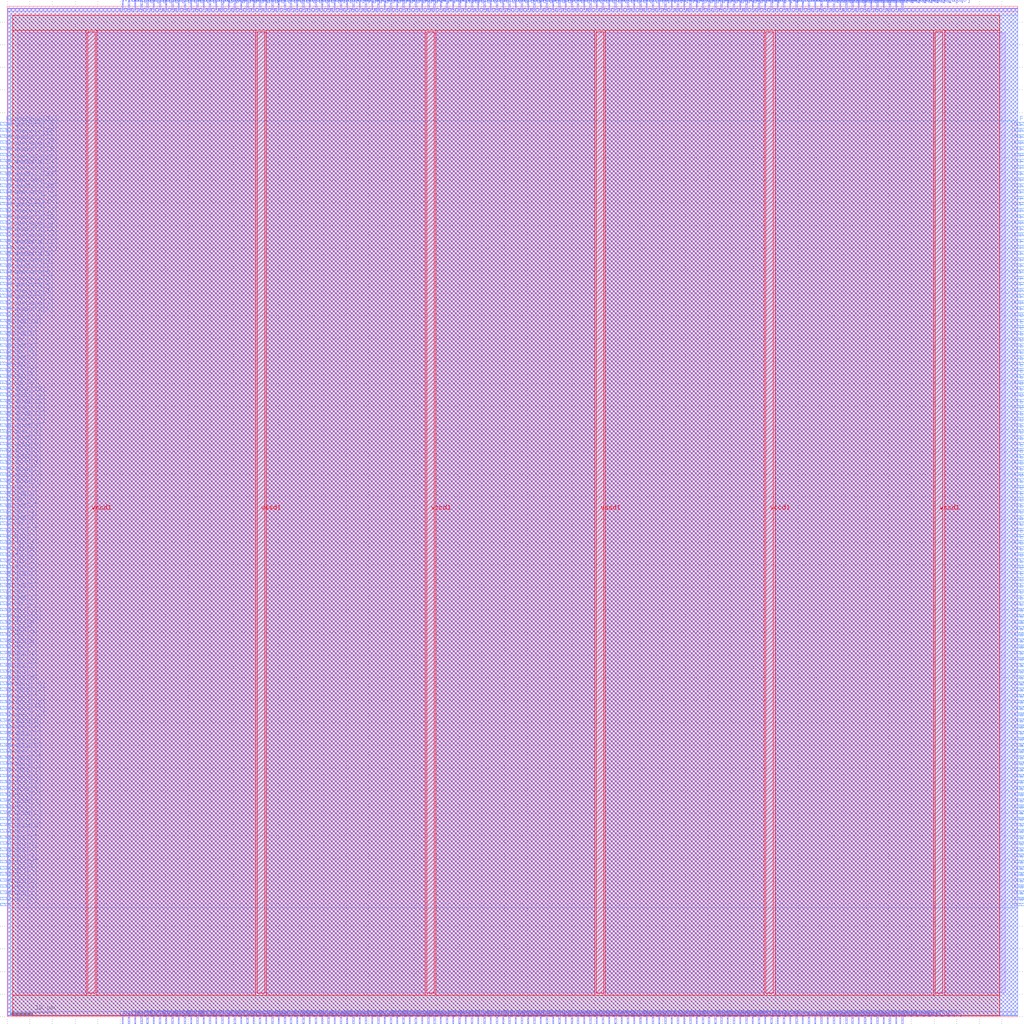
<source format=lef>
VERSION 5.7 ;
  NOWIREEXTENSIONATPIN ON ;
  DIVIDERCHAR "/" ;
  BUSBITCHARS "[]" ;
MACRO LUT4AB
  CLASS BLOCK ;
  FOREIGN LUT4AB ;
  ORIGIN 0.000 0.000 ;
  SIZE 223.500 BY 223.500 ;
  PIN Ci
    DIRECTION INPUT ;
    USE SIGNAL ;
    ANTENNAGATEAREA 0.196500 ;
    PORT
      LAYER met2 ;
        RECT 170.290 -1.500 170.570 0.800 ;
    END
  END Ci
  PIN Co
    DIRECTION OUTPUT TRISTATE ;
    USE SIGNAL ;
    ANTENNADIFFAREA 0.445500 ;
    PORT
      LAYER met2 ;
        RECT 170.290 222.700 170.570 225.000 ;
    END
  END Co
  PIN E1BEG[0]
    DIRECTION OUTPUT TRISTATE ;
    USE SIGNAL ;
    ANTENNADIFFAREA 0.795200 ;
    PORT
      LAYER met3 ;
        RECT 222.700 89.800 225.000 90.400 ;
    END
  END E1BEG[0]
  PIN E1BEG[1]
    DIRECTION OUTPUT TRISTATE ;
    USE SIGNAL ;
    ANTENNADIFFAREA 0.445500 ;
    PORT
      LAYER met3 ;
        RECT 222.700 91.160 225.000 91.760 ;
    END
  END E1BEG[1]
  PIN E1BEG[2]
    DIRECTION OUTPUT TRISTATE ;
    USE SIGNAL ;
    ANTENNADIFFAREA 0.445500 ;
    PORT
      LAYER met3 ;
        RECT 222.700 92.520 225.000 93.120 ;
    END
  END E1BEG[2]
  PIN E1BEG[3]
    DIRECTION OUTPUT TRISTATE ;
    USE SIGNAL ;
    ANTENNADIFFAREA 0.795200 ;
    PORT
      LAYER met3 ;
        RECT 222.700 93.880 225.000 94.480 ;
    END
  END E1BEG[3]
  PIN E1END[0]
    DIRECTION INPUT ;
    USE SIGNAL ;
    ANTENNAGATEAREA 0.247500 ;
    PORT
      LAYER met3 ;
        RECT -1.500 89.800 0.800 90.400 ;
    END
  END E1END[0]
  PIN E1END[1]
    DIRECTION INPUT ;
    USE SIGNAL ;
    ANTENNAGATEAREA 0.247500 ;
    PORT
      LAYER met3 ;
        RECT -1.500 91.160 0.800 91.760 ;
    END
  END E1END[1]
  PIN E1END[2]
    DIRECTION INPUT ;
    USE SIGNAL ;
    ANTENNAGATEAREA 0.247500 ;
    PORT
      LAYER met3 ;
        RECT -1.500 92.520 0.800 93.120 ;
    END
  END E1END[2]
  PIN E1END[3]
    DIRECTION INPUT ;
    USE SIGNAL ;
    ANTENNAGATEAREA 0.247500 ;
    PORT
      LAYER met3 ;
        RECT -1.500 93.880 0.800 94.480 ;
    END
  END E1END[3]
  PIN E2BEG[0]
    DIRECTION OUTPUT TRISTATE ;
    USE SIGNAL ;
    ANTENNADIFFAREA 0.795200 ;
    PORT
      LAYER met3 ;
        RECT 222.700 95.240 225.000 95.840 ;
    END
  END E2BEG[0]
  PIN E2BEG[1]
    DIRECTION OUTPUT TRISTATE ;
    USE SIGNAL ;
    ANTENNADIFFAREA 0.445500 ;
    PORT
      LAYER met3 ;
        RECT 222.700 96.600 225.000 97.200 ;
    END
  END E2BEG[1]
  PIN E2BEG[2]
    DIRECTION OUTPUT TRISTATE ;
    USE SIGNAL ;
    ANTENNADIFFAREA 0.445500 ;
    PORT
      LAYER met3 ;
        RECT 222.700 97.960 225.000 98.560 ;
    END
  END E2BEG[2]
  PIN E2BEG[3]
    DIRECTION OUTPUT TRISTATE ;
    USE SIGNAL ;
    ANTENNADIFFAREA 0.445500 ;
    PORT
      LAYER met3 ;
        RECT 222.700 99.320 225.000 99.920 ;
    END
  END E2BEG[3]
  PIN E2BEG[4]
    DIRECTION OUTPUT TRISTATE ;
    USE SIGNAL ;
    ANTENNADIFFAREA 0.445500 ;
    PORT
      LAYER met3 ;
        RECT 222.700 100.680 225.000 101.280 ;
    END
  END E2BEG[4]
  PIN E2BEG[5]
    DIRECTION OUTPUT TRISTATE ;
    USE SIGNAL ;
    ANTENNADIFFAREA 0.795200 ;
    PORT
      LAYER met3 ;
        RECT 222.700 102.040 225.000 102.640 ;
    END
  END E2BEG[5]
  PIN E2BEG[6]
    DIRECTION OUTPUT TRISTATE ;
    USE SIGNAL ;
    ANTENNADIFFAREA 0.795200 ;
    PORT
      LAYER met3 ;
        RECT 222.700 103.400 225.000 104.000 ;
    END
  END E2BEG[6]
  PIN E2BEG[7]
    DIRECTION OUTPUT TRISTATE ;
    USE SIGNAL ;
    ANTENNADIFFAREA 0.445500 ;
    PORT
      LAYER met3 ;
        RECT 222.700 104.760 225.000 105.360 ;
    END
  END E2BEG[7]
  PIN E2BEGb[0]
    DIRECTION OUTPUT TRISTATE ;
    USE SIGNAL ;
    ANTENNADIFFAREA 0.445500 ;
    PORT
      LAYER met3 ;
        RECT 222.700 106.120 225.000 106.720 ;
    END
  END E2BEGb[0]
  PIN E2BEGb[1]
    DIRECTION OUTPUT TRISTATE ;
    USE SIGNAL ;
    ANTENNADIFFAREA 0.445500 ;
    PORT
      LAYER met3 ;
        RECT 222.700 107.480 225.000 108.080 ;
    END
  END E2BEGb[1]
  PIN E2BEGb[2]
    DIRECTION OUTPUT TRISTATE ;
    USE SIGNAL ;
    ANTENNADIFFAREA 0.445500 ;
    PORT
      LAYER met3 ;
        RECT 222.700 108.840 225.000 109.440 ;
    END
  END E2BEGb[2]
  PIN E2BEGb[3]
    DIRECTION OUTPUT TRISTATE ;
    USE SIGNAL ;
    ANTENNADIFFAREA 0.445500 ;
    PORT
      LAYER met3 ;
        RECT 222.700 110.200 225.000 110.800 ;
    END
  END E2BEGb[3]
  PIN E2BEGb[4]
    DIRECTION OUTPUT TRISTATE ;
    USE SIGNAL ;
    ANTENNADIFFAREA 0.445500 ;
    PORT
      LAYER met3 ;
        RECT 222.700 111.560 225.000 112.160 ;
    END
  END E2BEGb[4]
  PIN E2BEGb[5]
    DIRECTION OUTPUT TRISTATE ;
    USE SIGNAL ;
    ANTENNADIFFAREA 0.445500 ;
    PORT
      LAYER met3 ;
        RECT 222.700 112.920 225.000 113.520 ;
    END
  END E2BEGb[5]
  PIN E2BEGb[6]
    DIRECTION OUTPUT TRISTATE ;
    USE SIGNAL ;
    ANTENNADIFFAREA 0.445500 ;
    PORT
      LAYER met3 ;
        RECT 222.700 114.280 225.000 114.880 ;
    END
  END E2BEGb[6]
  PIN E2BEGb[7]
    DIRECTION OUTPUT TRISTATE ;
    USE SIGNAL ;
    ANTENNADIFFAREA 0.795200 ;
    PORT
      LAYER met3 ;
        RECT 222.700 115.640 225.000 116.240 ;
    END
  END E2BEGb[7]
  PIN E2END[0]
    DIRECTION INPUT ;
    USE SIGNAL ;
    ANTENNAGATEAREA 0.159000 ;
    PORT
      LAYER met3 ;
        RECT -1.500 106.120 0.800 106.720 ;
    END
  END E2END[0]
  PIN E2END[1]
    DIRECTION INPUT ;
    USE SIGNAL ;
    ANTENNAGATEAREA 0.213000 ;
    PORT
      LAYER met3 ;
        RECT -1.500 107.480 0.800 108.080 ;
    END
  END E2END[1]
  PIN E2END[2]
    DIRECTION INPUT ;
    USE SIGNAL ;
    ANTENNAGATEAREA 0.159000 ;
    PORT
      LAYER met3 ;
        RECT -1.500 108.840 0.800 109.440 ;
    END
  END E2END[2]
  PIN E2END[3]
    DIRECTION INPUT ;
    USE SIGNAL ;
    ANTENNAGATEAREA 0.159000 ;
    PORT
      LAYER met3 ;
        RECT -1.500 110.200 0.800 110.800 ;
    END
  END E2END[3]
  PIN E2END[4]
    DIRECTION INPUT ;
    USE SIGNAL ;
    ANTENNAGATEAREA 0.213000 ;
    PORT
      LAYER met3 ;
        RECT -1.500 111.560 0.800 112.160 ;
    END
  END E2END[4]
  PIN E2END[5]
    DIRECTION INPUT ;
    USE SIGNAL ;
    ANTENNAGATEAREA 0.159000 ;
    PORT
      LAYER met3 ;
        RECT -1.500 112.920 0.800 113.520 ;
    END
  END E2END[5]
  PIN E2END[6]
    DIRECTION INPUT ;
    USE SIGNAL ;
    ANTENNAGATEAREA 0.159000 ;
    PORT
      LAYER met3 ;
        RECT -1.500 114.280 0.800 114.880 ;
    END
  END E2END[6]
  PIN E2END[7]
    DIRECTION INPUT ;
    USE SIGNAL ;
    ANTENNAGATEAREA 0.159000 ;
    PORT
      LAYER met3 ;
        RECT -1.500 115.640 0.800 116.240 ;
    END
  END E2END[7]
  PIN E2MID[0]
    DIRECTION INPUT ;
    USE SIGNAL ;
    ANTENNAGATEAREA 0.213000 ;
    PORT
      LAYER met3 ;
        RECT -1.500 95.240 0.800 95.840 ;
    END
  END E2MID[0]
  PIN E2MID[1]
    DIRECTION INPUT ;
    USE SIGNAL ;
    ANTENNAGATEAREA 0.213000 ;
    PORT
      LAYER met3 ;
        RECT -1.500 96.600 0.800 97.200 ;
    END
  END E2MID[1]
  PIN E2MID[2]
    DIRECTION INPUT ;
    USE SIGNAL ;
    ANTENNAGATEAREA 0.159000 ;
    PORT
      LAYER met3 ;
        RECT -1.500 97.960 0.800 98.560 ;
    END
  END E2MID[2]
  PIN E2MID[3]
    DIRECTION INPUT ;
    USE SIGNAL ;
    ANTENNAGATEAREA 0.213000 ;
    PORT
      LAYER met3 ;
        RECT -1.500 99.320 0.800 99.920 ;
    END
  END E2MID[3]
  PIN E2MID[4]
    DIRECTION INPUT ;
    USE SIGNAL ;
    ANTENNAGATEAREA 0.213000 ;
    PORT
      LAYER met3 ;
        RECT -1.500 100.680 0.800 101.280 ;
    END
  END E2MID[4]
  PIN E2MID[5]
    DIRECTION INPUT ;
    USE SIGNAL ;
    ANTENNAGATEAREA 0.159000 ;
    PORT
      LAYER met3 ;
        RECT -1.500 102.040 0.800 102.640 ;
    END
  END E2MID[5]
  PIN E2MID[6]
    DIRECTION INPUT ;
    USE SIGNAL ;
    ANTENNAGATEAREA 0.159000 ;
    PORT
      LAYER met3 ;
        RECT -1.500 103.400 0.800 104.000 ;
    END
  END E2MID[6]
  PIN E2MID[7]
    DIRECTION INPUT ;
    USE SIGNAL ;
    ANTENNAGATEAREA 0.159000 ;
    PORT
      LAYER met3 ;
        RECT -1.500 104.760 0.800 105.360 ;
    END
  END E2MID[7]
  PIN E6BEG[0]
    DIRECTION OUTPUT TRISTATE ;
    USE SIGNAL ;
    ANTENNADIFFAREA 0.445500 ;
    PORT
      LAYER met3 ;
        RECT 222.700 138.760 225.000 139.360 ;
    END
  END E6BEG[0]
  PIN E6BEG[10]
    DIRECTION OUTPUT TRISTATE ;
    USE SIGNAL ;
    ANTENNADIFFAREA 0.445500 ;
    PORT
      LAYER met3 ;
        RECT 222.700 152.360 225.000 152.960 ;
    END
  END E6BEG[10]
  PIN E6BEG[11]
    DIRECTION OUTPUT TRISTATE ;
    USE SIGNAL ;
    ANTENNADIFFAREA 0.445500 ;
    PORT
      LAYER met3 ;
        RECT 222.700 153.720 225.000 154.320 ;
    END
  END E6BEG[11]
  PIN E6BEG[1]
    DIRECTION OUTPUT TRISTATE ;
    USE SIGNAL ;
    ANTENNADIFFAREA 0.795200 ;
    PORT
      LAYER met3 ;
        RECT 222.700 140.120 225.000 140.720 ;
    END
  END E6BEG[1]
  PIN E6BEG[2]
    DIRECTION OUTPUT TRISTATE ;
    USE SIGNAL ;
    ANTENNADIFFAREA 0.445500 ;
    PORT
      LAYER met3 ;
        RECT 222.700 141.480 225.000 142.080 ;
    END
  END E6BEG[2]
  PIN E6BEG[3]
    DIRECTION OUTPUT TRISTATE ;
    USE SIGNAL ;
    ANTENNADIFFAREA 0.795200 ;
    PORT
      LAYER met3 ;
        RECT 222.700 142.840 225.000 143.440 ;
    END
  END E6BEG[3]
  PIN E6BEG[4]
    DIRECTION OUTPUT TRISTATE ;
    USE SIGNAL ;
    ANTENNADIFFAREA 0.795200 ;
    PORT
      LAYER met3 ;
        RECT 222.700 144.200 225.000 144.800 ;
    END
  END E6BEG[4]
  PIN E6BEG[5]
    DIRECTION OUTPUT TRISTATE ;
    USE SIGNAL ;
    ANTENNADIFFAREA 0.445500 ;
    PORT
      LAYER met3 ;
        RECT 222.700 145.560 225.000 146.160 ;
    END
  END E6BEG[5]
  PIN E6BEG[6]
    DIRECTION OUTPUT TRISTATE ;
    USE SIGNAL ;
    ANTENNADIFFAREA 0.445500 ;
    PORT
      LAYER met3 ;
        RECT 222.700 146.920 225.000 147.520 ;
    END
  END E6BEG[6]
  PIN E6BEG[7]
    DIRECTION OUTPUT TRISTATE ;
    USE SIGNAL ;
    ANTENNADIFFAREA 0.445500 ;
    PORT
      LAYER met3 ;
        RECT 222.700 148.280 225.000 148.880 ;
    END
  END E6BEG[7]
  PIN E6BEG[8]
    DIRECTION OUTPUT TRISTATE ;
    USE SIGNAL ;
    ANTENNADIFFAREA 0.795200 ;
    PORT
      LAYER met3 ;
        RECT 222.700 149.640 225.000 150.240 ;
    END
  END E6BEG[8]
  PIN E6BEG[9]
    DIRECTION OUTPUT TRISTATE ;
    USE SIGNAL ;
    ANTENNADIFFAREA 0.795200 ;
    PORT
      LAYER met3 ;
        RECT 222.700 151.000 225.000 151.600 ;
    END
  END E6BEG[9]
  PIN E6END[0]
    DIRECTION INPUT ;
    USE SIGNAL ;
    ANTENNAGATEAREA 0.247500 ;
    PORT
      LAYER met3 ;
        RECT -1.500 138.760 0.800 139.360 ;
    END
  END E6END[0]
  PIN E6END[10]
    DIRECTION INPUT ;
    USE SIGNAL ;
    ANTENNAGATEAREA 0.196500 ;
    PORT
      LAYER met3 ;
        RECT -1.500 152.360 0.800 152.960 ;
    END
  END E6END[10]
  PIN E6END[11]
    DIRECTION INPUT ;
    USE SIGNAL ;
    ANTENNAGATEAREA 0.196500 ;
    PORT
      LAYER met3 ;
        RECT -1.500 153.720 0.800 154.320 ;
    END
  END E6END[11]
  PIN E6END[1]
    DIRECTION INPUT ;
    USE SIGNAL ;
    ANTENNAGATEAREA 0.247500 ;
    PORT
      LAYER met3 ;
        RECT -1.500 140.120 0.800 140.720 ;
    END
  END E6END[1]
  PIN E6END[2]
    DIRECTION INPUT ;
    USE SIGNAL ;
    ANTENNAGATEAREA 0.196500 ;
    PORT
      LAYER met3 ;
        RECT -1.500 141.480 0.800 142.080 ;
    END
  END E6END[2]
  PIN E6END[3]
    DIRECTION INPUT ;
    USE SIGNAL ;
    ANTENNAGATEAREA 0.196500 ;
    PORT
      LAYER met3 ;
        RECT -1.500 142.840 0.800 143.440 ;
    END
  END E6END[3]
  PIN E6END[4]
    DIRECTION INPUT ;
    USE SIGNAL ;
    ANTENNAGATEAREA 0.196500 ;
    PORT
      LAYER met3 ;
        RECT -1.500 144.200 0.800 144.800 ;
    END
  END E6END[4]
  PIN E6END[5]
    DIRECTION INPUT ;
    USE SIGNAL ;
    ANTENNAGATEAREA 0.196500 ;
    PORT
      LAYER met3 ;
        RECT -1.500 145.560 0.800 146.160 ;
    END
  END E6END[5]
  PIN E6END[6]
    DIRECTION INPUT ;
    USE SIGNAL ;
    ANTENNAGATEAREA 0.196500 ;
    PORT
      LAYER met3 ;
        RECT -1.500 146.920 0.800 147.520 ;
    END
  END E6END[6]
  PIN E6END[7]
    DIRECTION INPUT ;
    USE SIGNAL ;
    ANTENNAGATEAREA 0.196500 ;
    PORT
      LAYER met3 ;
        RECT -1.500 148.280 0.800 148.880 ;
    END
  END E6END[7]
  PIN E6END[8]
    DIRECTION INPUT ;
    USE SIGNAL ;
    ANTENNAGATEAREA 0.196500 ;
    PORT
      LAYER met3 ;
        RECT -1.500 149.640 0.800 150.240 ;
    END
  END E6END[8]
  PIN E6END[9]
    DIRECTION INPUT ;
    USE SIGNAL ;
    ANTENNAGATEAREA 0.196500 ;
    PORT
      LAYER met3 ;
        RECT -1.500 151.000 0.800 151.600 ;
    END
  END E6END[9]
  PIN EE4BEG[0]
    DIRECTION OUTPUT TRISTATE ;
    USE SIGNAL ;
    ANTENNADIFFAREA 0.795200 ;
    PORT
      LAYER met3 ;
        RECT 222.700 117.000 225.000 117.600 ;
    END
  END EE4BEG[0]
  PIN EE4BEG[10]
    DIRECTION OUTPUT TRISTATE ;
    USE SIGNAL ;
    ANTENNADIFFAREA 0.795200 ;
    PORT
      LAYER met3 ;
        RECT 222.700 130.600 225.000 131.200 ;
    END
  END EE4BEG[10]
  PIN EE4BEG[11]
    DIRECTION OUTPUT TRISTATE ;
    USE SIGNAL ;
    ANTENNADIFFAREA 0.445500 ;
    PORT
      LAYER met3 ;
        RECT 222.700 131.960 225.000 132.560 ;
    END
  END EE4BEG[11]
  PIN EE4BEG[12]
    DIRECTION OUTPUT TRISTATE ;
    USE SIGNAL ;
    ANTENNADIFFAREA 0.445500 ;
    PORT
      LAYER met3 ;
        RECT 222.700 133.320 225.000 133.920 ;
    END
  END EE4BEG[12]
  PIN EE4BEG[13]
    DIRECTION OUTPUT TRISTATE ;
    USE SIGNAL ;
    ANTENNADIFFAREA 0.795200 ;
    PORT
      LAYER met3 ;
        RECT 222.700 134.680 225.000 135.280 ;
    END
  END EE4BEG[13]
  PIN EE4BEG[14]
    DIRECTION OUTPUT TRISTATE ;
    USE SIGNAL ;
    ANTENNADIFFAREA 0.795200 ;
    PORT
      LAYER met3 ;
        RECT 222.700 136.040 225.000 136.640 ;
    END
  END EE4BEG[14]
  PIN EE4BEG[15]
    DIRECTION OUTPUT TRISTATE ;
    USE SIGNAL ;
    ANTENNADIFFAREA 0.795200 ;
    PORT
      LAYER met3 ;
        RECT 222.700 137.400 225.000 138.000 ;
    END
  END EE4BEG[15]
  PIN EE4BEG[1]
    DIRECTION OUTPUT TRISTATE ;
    USE SIGNAL ;
    ANTENNADIFFAREA 0.445500 ;
    PORT
      LAYER met3 ;
        RECT 222.700 118.360 225.000 118.960 ;
    END
  END EE4BEG[1]
  PIN EE4BEG[2]
    DIRECTION OUTPUT TRISTATE ;
    USE SIGNAL ;
    ANTENNADIFFAREA 0.445500 ;
    PORT
      LAYER met3 ;
        RECT 222.700 119.720 225.000 120.320 ;
    END
  END EE4BEG[2]
  PIN EE4BEG[3]
    DIRECTION OUTPUT TRISTATE ;
    USE SIGNAL ;
    ANTENNADIFFAREA 0.445500 ;
    PORT
      LAYER met3 ;
        RECT 222.700 121.080 225.000 121.680 ;
    END
  END EE4BEG[3]
  PIN EE4BEG[4]
    DIRECTION OUTPUT TRISTATE ;
    USE SIGNAL ;
    ANTENNADIFFAREA 0.445500 ;
    PORT
      LAYER met3 ;
        RECT 222.700 122.440 225.000 123.040 ;
    END
  END EE4BEG[4]
  PIN EE4BEG[5]
    DIRECTION OUTPUT TRISTATE ;
    USE SIGNAL ;
    ANTENNADIFFAREA 0.795200 ;
    PORT
      LAYER met3 ;
        RECT 222.700 123.800 225.000 124.400 ;
    END
  END EE4BEG[5]
  PIN EE4BEG[6]
    DIRECTION OUTPUT TRISTATE ;
    USE SIGNAL ;
    ANTENNADIFFAREA 0.445500 ;
    PORT
      LAYER met3 ;
        RECT 222.700 125.160 225.000 125.760 ;
    END
  END EE4BEG[6]
  PIN EE4BEG[7]
    DIRECTION OUTPUT TRISTATE ;
    USE SIGNAL ;
    ANTENNADIFFAREA 0.445500 ;
    PORT
      LAYER met3 ;
        RECT 222.700 126.520 225.000 127.120 ;
    END
  END EE4BEG[7]
  PIN EE4BEG[8]
    DIRECTION OUTPUT TRISTATE ;
    USE SIGNAL ;
    ANTENNADIFFAREA 0.445500 ;
    PORT
      LAYER met3 ;
        RECT 222.700 127.880 225.000 128.480 ;
    END
  END EE4BEG[8]
  PIN EE4BEG[9]
    DIRECTION OUTPUT TRISTATE ;
    USE SIGNAL ;
    ANTENNADIFFAREA 0.795200 ;
    PORT
      LAYER met3 ;
        RECT 222.700 129.240 225.000 129.840 ;
    END
  END EE4BEG[9]
  PIN EE4END[0]
    DIRECTION INPUT ;
    USE SIGNAL ;
    ANTENNAGATEAREA 0.213000 ;
    PORT
      LAYER met3 ;
        RECT -1.500 117.000 0.800 117.600 ;
    END
  END EE4END[0]
  PIN EE4END[10]
    DIRECTION INPUT ;
    USE SIGNAL ;
    ANTENNAGATEAREA 0.196500 ;
    PORT
      LAYER met3 ;
        RECT -1.500 130.600 0.800 131.200 ;
    END
  END EE4END[10]
  PIN EE4END[11]
    DIRECTION INPUT ;
    USE SIGNAL ;
    ANTENNAGATEAREA 0.196500 ;
    PORT
      LAYER met3 ;
        RECT -1.500 131.960 0.800 132.560 ;
    END
  END EE4END[11]
  PIN EE4END[12]
    DIRECTION INPUT ;
    USE SIGNAL ;
    ANTENNAGATEAREA 0.196500 ;
    PORT
      LAYER met3 ;
        RECT -1.500 133.320 0.800 133.920 ;
    END
  END EE4END[12]
  PIN EE4END[13]
    DIRECTION INPUT ;
    USE SIGNAL ;
    ANTENNAGATEAREA 0.196500 ;
    PORT
      LAYER met3 ;
        RECT -1.500 134.680 0.800 135.280 ;
    END
  END EE4END[13]
  PIN EE4END[14]
    DIRECTION INPUT ;
    USE SIGNAL ;
    ANTENNAGATEAREA 0.196500 ;
    PORT
      LAYER met3 ;
        RECT -1.500 136.040 0.800 136.640 ;
    END
  END EE4END[14]
  PIN EE4END[15]
    DIRECTION INPUT ;
    USE SIGNAL ;
    ANTENNAGATEAREA 0.196500 ;
    PORT
      LAYER met3 ;
        RECT -1.500 137.400 0.800 138.000 ;
    END
  END EE4END[15]
  PIN EE4END[1]
    DIRECTION INPUT ;
    USE SIGNAL ;
    ANTENNAGATEAREA 0.213000 ;
    PORT
      LAYER met3 ;
        RECT -1.500 118.360 0.800 118.960 ;
    END
  END EE4END[1]
  PIN EE4END[2]
    DIRECTION INPUT ;
    USE SIGNAL ;
    ANTENNAGATEAREA 0.213000 ;
    PORT
      LAYER met3 ;
        RECT -1.500 119.720 0.800 120.320 ;
    END
  END EE4END[2]
  PIN EE4END[3]
    DIRECTION INPUT ;
    USE SIGNAL ;
    ANTENNAGATEAREA 0.213000 ;
    PORT
      LAYER met3 ;
        RECT -1.500 121.080 0.800 121.680 ;
    END
  END EE4END[3]
  PIN EE4END[4]
    DIRECTION INPUT ;
    USE SIGNAL ;
    ANTENNAGATEAREA 0.196500 ;
    PORT
      LAYER met3 ;
        RECT -1.500 122.440 0.800 123.040 ;
    END
  END EE4END[4]
  PIN EE4END[5]
    DIRECTION INPUT ;
    USE SIGNAL ;
    ANTENNAGATEAREA 0.196500 ;
    PORT
      LAYER met3 ;
        RECT -1.500 123.800 0.800 124.400 ;
    END
  END EE4END[5]
  PIN EE4END[6]
    DIRECTION INPUT ;
    USE SIGNAL ;
    ANTENNAGATEAREA 0.196500 ;
    PORT
      LAYER met3 ;
        RECT -1.500 125.160 0.800 125.760 ;
    END
  END EE4END[6]
  PIN EE4END[7]
    DIRECTION INPUT ;
    USE SIGNAL ;
    ANTENNAGATEAREA 0.196500 ;
    PORT
      LAYER met3 ;
        RECT -1.500 126.520 0.800 127.120 ;
    END
  END EE4END[7]
  PIN EE4END[8]
    DIRECTION INPUT ;
    USE SIGNAL ;
    ANTENNAGATEAREA 0.196500 ;
    PORT
      LAYER met3 ;
        RECT -1.500 127.880 0.800 128.480 ;
    END
  END EE4END[8]
  PIN EE4END[9]
    DIRECTION INPUT ;
    USE SIGNAL ;
    ANTENNAGATEAREA 0.196500 ;
    PORT
      LAYER met3 ;
        RECT -1.500 129.240 0.800 129.840 ;
    END
  END EE4END[9]
  PIN FrameData[0]
    DIRECTION INPUT ;
    USE SIGNAL ;
    ANTENNAGATEAREA 0.742500 ;
    PORT
      LAYER met3 ;
        RECT -1.500 155.080 0.800 155.680 ;
    END
  END FrameData[0]
  PIN FrameData[10]
    DIRECTION INPUT ;
    USE SIGNAL ;
    ANTENNAGATEAREA 0.742500 ;
    PORT
      LAYER met3 ;
        RECT -1.500 168.680 0.800 169.280 ;
    END
  END FrameData[10]
  PIN FrameData[11]
    DIRECTION INPUT ;
    USE SIGNAL ;
    ANTENNAGATEAREA 0.742500 ;
    PORT
      LAYER met3 ;
        RECT -1.500 170.040 0.800 170.640 ;
    END
  END FrameData[11]
  PIN FrameData[12]
    DIRECTION INPUT ;
    USE SIGNAL ;
    ANTENNAGATEAREA 0.742500 ;
    PORT
      LAYER met3 ;
        RECT -1.500 171.400 0.800 172.000 ;
    END
  END FrameData[12]
  PIN FrameData[13]
    DIRECTION INPUT ;
    USE SIGNAL ;
    ANTENNAGATEAREA 0.742500 ;
    PORT
      LAYER met3 ;
        RECT -1.500 172.760 0.800 173.360 ;
    END
  END FrameData[13]
  PIN FrameData[14]
    DIRECTION INPUT ;
    USE SIGNAL ;
    ANTENNAGATEAREA 0.742500 ;
    PORT
      LAYER met3 ;
        RECT -1.500 174.120 0.800 174.720 ;
    END
  END FrameData[14]
  PIN FrameData[15]
    DIRECTION INPUT ;
    USE SIGNAL ;
    ANTENNAGATEAREA 0.742500 ;
    PORT
      LAYER met3 ;
        RECT -1.500 175.480 0.800 176.080 ;
    END
  END FrameData[15]
  PIN FrameData[16]
    DIRECTION INPUT ;
    USE SIGNAL ;
    ANTENNAGATEAREA 0.742500 ;
    PORT
      LAYER met3 ;
        RECT -1.500 176.840 0.800 177.440 ;
    END
  END FrameData[16]
  PIN FrameData[17]
    DIRECTION INPUT ;
    USE SIGNAL ;
    ANTENNAGATEAREA 0.742500 ;
    PORT
      LAYER met3 ;
        RECT -1.500 178.200 0.800 178.800 ;
    END
  END FrameData[17]
  PIN FrameData[18]
    DIRECTION INPUT ;
    USE SIGNAL ;
    ANTENNAGATEAREA 0.742500 ;
    PORT
      LAYER met3 ;
        RECT -1.500 179.560 0.800 180.160 ;
    END
  END FrameData[18]
  PIN FrameData[19]
    DIRECTION INPUT ;
    USE SIGNAL ;
    ANTENNAGATEAREA 0.742500 ;
    PORT
      LAYER met3 ;
        RECT -1.500 180.920 0.800 181.520 ;
    END
  END FrameData[19]
  PIN FrameData[1]
    DIRECTION INPUT ;
    USE SIGNAL ;
    ANTENNAGATEAREA 0.742500 ;
    PORT
      LAYER met3 ;
        RECT -1.500 156.440 0.800 157.040 ;
    END
  END FrameData[1]
  PIN FrameData[20]
    DIRECTION INPUT ;
    USE SIGNAL ;
    ANTENNAGATEAREA 0.742500 ;
    PORT
      LAYER met3 ;
        RECT -1.500 182.280 0.800 182.880 ;
    END
  END FrameData[20]
  PIN FrameData[21]
    DIRECTION INPUT ;
    USE SIGNAL ;
    ANTENNAGATEAREA 0.742500 ;
    PORT
      LAYER met3 ;
        RECT -1.500 183.640 0.800 184.240 ;
    END
  END FrameData[21]
  PIN FrameData[22]
    DIRECTION INPUT ;
    USE SIGNAL ;
    ANTENNAGATEAREA 0.742500 ;
    PORT
      LAYER met3 ;
        RECT -1.500 185.000 0.800 185.600 ;
    END
  END FrameData[22]
  PIN FrameData[23]
    DIRECTION INPUT ;
    USE SIGNAL ;
    ANTENNAGATEAREA 0.852000 ;
    PORT
      LAYER met3 ;
        RECT -1.500 186.360 0.800 186.960 ;
    END
  END FrameData[23]
  PIN FrameData[24]
    DIRECTION INPUT ;
    USE SIGNAL ;
    ANTENNAGATEAREA 0.852000 ;
    PORT
      LAYER met3 ;
        RECT -1.500 187.720 0.800 188.320 ;
    END
  END FrameData[24]
  PIN FrameData[25]
    DIRECTION INPUT ;
    USE SIGNAL ;
    ANTENNAGATEAREA 0.742500 ;
    PORT
      LAYER met3 ;
        RECT -1.500 189.080 0.800 189.680 ;
    END
  END FrameData[25]
  PIN FrameData[26]
    DIRECTION INPUT ;
    USE SIGNAL ;
    ANTENNAGATEAREA 0.742500 ;
    PORT
      LAYER met3 ;
        RECT -1.500 190.440 0.800 191.040 ;
    END
  END FrameData[26]
  PIN FrameData[27]
    DIRECTION INPUT ;
    USE SIGNAL ;
    ANTENNAGATEAREA 0.742500 ;
    PORT
      LAYER met3 ;
        RECT -1.500 191.800 0.800 192.400 ;
    END
  END FrameData[27]
  PIN FrameData[28]
    DIRECTION INPUT ;
    USE SIGNAL ;
    ANTENNAGATEAREA 0.742500 ;
    PORT
      LAYER met3 ;
        RECT -1.500 193.160 0.800 193.760 ;
    END
  END FrameData[28]
  PIN FrameData[29]
    DIRECTION INPUT ;
    USE SIGNAL ;
    ANTENNAGATEAREA 0.742500 ;
    PORT
      LAYER met3 ;
        RECT -1.500 194.520 0.800 195.120 ;
    END
  END FrameData[29]
  PIN FrameData[2]
    DIRECTION INPUT ;
    USE SIGNAL ;
    ANTENNAGATEAREA 0.742500 ;
    PORT
      LAYER met3 ;
        RECT -1.500 157.800 0.800 158.400 ;
    END
  END FrameData[2]
  PIN FrameData[30]
    DIRECTION INPUT ;
    USE SIGNAL ;
    ANTENNAGATEAREA 0.742500 ;
    PORT
      LAYER met3 ;
        RECT -1.500 195.880 0.800 196.480 ;
    END
  END FrameData[30]
  PIN FrameData[31]
    DIRECTION INPUT ;
    USE SIGNAL ;
    ANTENNAGATEAREA 0.742500 ;
    PORT
      LAYER met3 ;
        RECT -1.500 197.240 0.800 197.840 ;
    END
  END FrameData[31]
  PIN FrameData[3]
    DIRECTION INPUT ;
    USE SIGNAL ;
    ANTENNAGATEAREA 0.742500 ;
    PORT
      LAYER met3 ;
        RECT -1.500 159.160 0.800 159.760 ;
    END
  END FrameData[3]
  PIN FrameData[4]
    DIRECTION INPUT ;
    USE SIGNAL ;
    ANTENNAGATEAREA 0.742500 ;
    PORT
      LAYER met3 ;
        RECT -1.500 160.520 0.800 161.120 ;
    END
  END FrameData[4]
  PIN FrameData[5]
    DIRECTION INPUT ;
    USE SIGNAL ;
    ANTENNAGATEAREA 0.852000 ;
    PORT
      LAYER met3 ;
        RECT -1.500 161.880 0.800 162.480 ;
    END
  END FrameData[5]
  PIN FrameData[6]
    DIRECTION INPUT ;
    USE SIGNAL ;
    ANTENNAGATEAREA 0.742500 ;
    PORT
      LAYER met3 ;
        RECT -1.500 163.240 0.800 163.840 ;
    END
  END FrameData[6]
  PIN FrameData[7]
    DIRECTION INPUT ;
    USE SIGNAL ;
    ANTENNAGATEAREA 0.742500 ;
    PORT
      LAYER met3 ;
        RECT -1.500 164.600 0.800 165.200 ;
    END
  END FrameData[7]
  PIN FrameData[8]
    DIRECTION INPUT ;
    USE SIGNAL ;
    ANTENNAGATEAREA 0.742500 ;
    PORT
      LAYER met3 ;
        RECT -1.500 165.960 0.800 166.560 ;
    END
  END FrameData[8]
  PIN FrameData[9]
    DIRECTION INPUT ;
    USE SIGNAL ;
    ANTENNAGATEAREA 0.742500 ;
    PORT
      LAYER met3 ;
        RECT -1.500 167.320 0.800 167.920 ;
    END
  END FrameData[9]
  PIN FrameData_O[0]
    DIRECTION OUTPUT TRISTATE ;
    USE SIGNAL ;
    ANTENNADIFFAREA 0.795200 ;
    PORT
      LAYER met3 ;
        RECT 222.700 155.080 225.000 155.680 ;
    END
  END FrameData_O[0]
  PIN FrameData_O[10]
    DIRECTION OUTPUT TRISTATE ;
    USE SIGNAL ;
    ANTENNADIFFAREA 0.795200 ;
    PORT
      LAYER met3 ;
        RECT 222.700 168.680 225.000 169.280 ;
    END
  END FrameData_O[10]
  PIN FrameData_O[11]
    DIRECTION OUTPUT TRISTATE ;
    USE SIGNAL ;
    ANTENNADIFFAREA 0.795200 ;
    PORT
      LAYER met3 ;
        RECT 222.700 170.040 225.000 170.640 ;
    END
  END FrameData_O[11]
  PIN FrameData_O[12]
    DIRECTION OUTPUT TRISTATE ;
    USE SIGNAL ;
    ANTENNADIFFAREA 0.795200 ;
    PORT
      LAYER met3 ;
        RECT 222.700 171.400 225.000 172.000 ;
    END
  END FrameData_O[12]
  PIN FrameData_O[13]
    DIRECTION OUTPUT TRISTATE ;
    USE SIGNAL ;
    ANTENNADIFFAREA 0.445500 ;
    PORT
      LAYER met3 ;
        RECT 222.700 172.760 225.000 173.360 ;
    END
  END FrameData_O[13]
  PIN FrameData_O[14]
    DIRECTION OUTPUT TRISTATE ;
    USE SIGNAL ;
    ANTENNADIFFAREA 0.445500 ;
    PORT
      LAYER met3 ;
        RECT 222.700 174.120 225.000 174.720 ;
    END
  END FrameData_O[14]
  PIN FrameData_O[15]
    DIRECTION OUTPUT TRISTATE ;
    USE SIGNAL ;
    ANTENNADIFFAREA 0.445500 ;
    PORT
      LAYER met3 ;
        RECT 222.700 175.480 225.000 176.080 ;
    END
  END FrameData_O[15]
  PIN FrameData_O[16]
    DIRECTION OUTPUT TRISTATE ;
    USE SIGNAL ;
    ANTENNADIFFAREA 0.795200 ;
    PORT
      LAYER met3 ;
        RECT 222.700 176.840 225.000 177.440 ;
    END
  END FrameData_O[16]
  PIN FrameData_O[17]
    DIRECTION OUTPUT TRISTATE ;
    USE SIGNAL ;
    ANTENNADIFFAREA 0.795200 ;
    PORT
      LAYER met3 ;
        RECT 222.700 178.200 225.000 178.800 ;
    END
  END FrameData_O[17]
  PIN FrameData_O[18]
    DIRECTION OUTPUT TRISTATE ;
    USE SIGNAL ;
    ANTENNADIFFAREA 0.445500 ;
    PORT
      LAYER met3 ;
        RECT 222.700 179.560 225.000 180.160 ;
    END
  END FrameData_O[18]
  PIN FrameData_O[19]
    DIRECTION OUTPUT TRISTATE ;
    USE SIGNAL ;
    ANTENNADIFFAREA 0.445500 ;
    PORT
      LAYER met3 ;
        RECT 222.700 180.920 225.000 181.520 ;
    END
  END FrameData_O[19]
  PIN FrameData_O[1]
    DIRECTION OUTPUT TRISTATE ;
    USE SIGNAL ;
    ANTENNADIFFAREA 0.795200 ;
    PORT
      LAYER met3 ;
        RECT 222.700 156.440 225.000 157.040 ;
    END
  END FrameData_O[1]
  PIN FrameData_O[20]
    DIRECTION OUTPUT TRISTATE ;
    USE SIGNAL ;
    ANTENNADIFFAREA 0.445500 ;
    PORT
      LAYER met3 ;
        RECT 222.700 182.280 225.000 182.880 ;
    END
  END FrameData_O[20]
  PIN FrameData_O[21]
    DIRECTION OUTPUT TRISTATE ;
    USE SIGNAL ;
    ANTENNADIFFAREA 0.445500 ;
    PORT
      LAYER met3 ;
        RECT 222.700 183.640 225.000 184.240 ;
    END
  END FrameData_O[21]
  PIN FrameData_O[22]
    DIRECTION OUTPUT TRISTATE ;
    USE SIGNAL ;
    ANTENNADIFFAREA 0.795200 ;
    PORT
      LAYER met3 ;
        RECT 222.700 185.000 225.000 185.600 ;
    END
  END FrameData_O[22]
  PIN FrameData_O[23]
    DIRECTION OUTPUT TRISTATE ;
    USE SIGNAL ;
    ANTENNADIFFAREA 0.445500 ;
    PORT
      LAYER met3 ;
        RECT 222.700 186.360 225.000 186.960 ;
    END
  END FrameData_O[23]
  PIN FrameData_O[24]
    DIRECTION OUTPUT TRISTATE ;
    USE SIGNAL ;
    ANTENNADIFFAREA 0.445500 ;
    PORT
      LAYER met3 ;
        RECT 222.700 187.720 225.000 188.320 ;
    END
  END FrameData_O[24]
  PIN FrameData_O[25]
    DIRECTION OUTPUT TRISTATE ;
    USE SIGNAL ;
    ANTENNADIFFAREA 0.445500 ;
    PORT
      LAYER met3 ;
        RECT 222.700 189.080 225.000 189.680 ;
    END
  END FrameData_O[25]
  PIN FrameData_O[26]
    DIRECTION OUTPUT TRISTATE ;
    USE SIGNAL ;
    ANTENNADIFFAREA 0.795200 ;
    PORT
      LAYER met3 ;
        RECT 222.700 190.440 225.000 191.040 ;
    END
  END FrameData_O[26]
  PIN FrameData_O[27]
    DIRECTION OUTPUT TRISTATE ;
    USE SIGNAL ;
    ANTENNADIFFAREA 0.795200 ;
    PORT
      LAYER met3 ;
        RECT 222.700 191.800 225.000 192.400 ;
    END
  END FrameData_O[27]
  PIN FrameData_O[28]
    DIRECTION OUTPUT TRISTATE ;
    USE SIGNAL ;
    ANTENNADIFFAREA 0.445500 ;
    PORT
      LAYER met3 ;
        RECT 222.700 193.160 225.000 193.760 ;
    END
  END FrameData_O[28]
  PIN FrameData_O[29]
    DIRECTION OUTPUT TRISTATE ;
    USE SIGNAL ;
    ANTENNADIFFAREA 0.445500 ;
    PORT
      LAYER met3 ;
        RECT 222.700 194.520 225.000 195.120 ;
    END
  END FrameData_O[29]
  PIN FrameData_O[2]
    DIRECTION OUTPUT TRISTATE ;
    USE SIGNAL ;
    ANTENNADIFFAREA 0.795200 ;
    PORT
      LAYER met3 ;
        RECT 222.700 157.800 225.000 158.400 ;
    END
  END FrameData_O[2]
  PIN FrameData_O[30]
    DIRECTION OUTPUT TRISTATE ;
    USE SIGNAL ;
    ANTENNADIFFAREA 0.445500 ;
    PORT
      LAYER met3 ;
        RECT 222.700 195.880 225.000 196.480 ;
    END
  END FrameData_O[30]
  PIN FrameData_O[31]
    DIRECTION OUTPUT TRISTATE ;
    USE SIGNAL ;
    ANTENNADIFFAREA 0.445500 ;
    PORT
      LAYER met3 ;
        RECT 222.700 197.240 225.000 197.840 ;
    END
  END FrameData_O[31]
  PIN FrameData_O[3]
    DIRECTION OUTPUT TRISTATE ;
    USE SIGNAL ;
    ANTENNADIFFAREA 0.445500 ;
    PORT
      LAYER met3 ;
        RECT 222.700 159.160 225.000 159.760 ;
    END
  END FrameData_O[3]
  PIN FrameData_O[4]
    DIRECTION OUTPUT TRISTATE ;
    USE SIGNAL ;
    ANTENNADIFFAREA 0.445500 ;
    PORT
      LAYER met3 ;
        RECT 222.700 160.520 225.000 161.120 ;
    END
  END FrameData_O[4]
  PIN FrameData_O[5]
    DIRECTION OUTPUT TRISTATE ;
    USE SIGNAL ;
    ANTENNADIFFAREA 0.445500 ;
    PORT
      LAYER met3 ;
        RECT 222.700 161.880 225.000 162.480 ;
    END
  END FrameData_O[5]
  PIN FrameData_O[6]
    DIRECTION OUTPUT TRISTATE ;
    USE SIGNAL ;
    ANTENNADIFFAREA 0.795200 ;
    PORT
      LAYER met3 ;
        RECT 222.700 163.240 225.000 163.840 ;
    END
  END FrameData_O[6]
  PIN FrameData_O[7]
    DIRECTION OUTPUT TRISTATE ;
    USE SIGNAL ;
    ANTENNADIFFAREA 0.795200 ;
    PORT
      LAYER met3 ;
        RECT 222.700 164.600 225.000 165.200 ;
    END
  END FrameData_O[7]
  PIN FrameData_O[8]
    DIRECTION OUTPUT TRISTATE ;
    USE SIGNAL ;
    ANTENNADIFFAREA 0.445500 ;
    PORT
      LAYER met3 ;
        RECT 222.700 165.960 225.000 166.560 ;
    END
  END FrameData_O[8]
  PIN FrameData_O[9]
    DIRECTION OUTPUT TRISTATE ;
    USE SIGNAL ;
    ANTENNADIFFAREA 0.445500 ;
    PORT
      LAYER met3 ;
        RECT 222.700 167.320 225.000 167.920 ;
    END
  END FrameData_O[9]
  PIN FrameStrobe[0]
    DIRECTION INPUT ;
    USE SIGNAL ;
    ANTENNAGATEAREA 0.742500 ;
    PORT
      LAYER met2 ;
        RECT 171.670 -1.500 171.950 0.800 ;
    END
  END FrameStrobe[0]
  PIN FrameStrobe[10]
    DIRECTION INPUT ;
    USE SIGNAL ;
    ANTENNAGATEAREA 0.852000 ;
    PORT
      LAYER met2 ;
        RECT 185.470 -1.500 185.750 0.800 ;
    END
  END FrameStrobe[10]
  PIN FrameStrobe[11]
    DIRECTION INPUT ;
    USE SIGNAL ;
    ANTENNAGATEAREA 0.852000 ;
    PORT
      LAYER met2 ;
        RECT 186.850 -1.500 187.130 0.800 ;
    END
  END FrameStrobe[11]
  PIN FrameStrobe[12]
    DIRECTION INPUT ;
    USE SIGNAL ;
    ANTENNAGATEAREA 0.852000 ;
    PORT
      LAYER met2 ;
        RECT 188.230 -1.500 188.510 0.800 ;
    END
  END FrameStrobe[12]
  PIN FrameStrobe[13]
    DIRECTION INPUT ;
    USE SIGNAL ;
    ANTENNAGATEAREA 0.990000 ;
    PORT
      LAYER met2 ;
        RECT 189.610 -1.500 189.890 0.800 ;
    END
  END FrameStrobe[13]
  PIN FrameStrobe[14]
    DIRECTION INPUT ;
    USE SIGNAL ;
    ANTENNAGATEAREA 0.852000 ;
    PORT
      LAYER met2 ;
        RECT 190.990 -1.500 191.270 0.800 ;
    END
  END FrameStrobe[14]
  PIN FrameStrobe[15]
    DIRECTION INPUT ;
    USE SIGNAL ;
    ANTENNAGATEAREA 0.742500 ;
    PORT
      LAYER met2 ;
        RECT 192.370 -1.500 192.650 0.800 ;
    END
  END FrameStrobe[15]
  PIN FrameStrobe[16]
    DIRECTION INPUT ;
    USE SIGNAL ;
    ANTENNAGATEAREA 0.742500 ;
    PORT
      LAYER met2 ;
        RECT 193.750 -1.500 194.030 0.800 ;
    END
  END FrameStrobe[16]
  PIN FrameStrobe[17]
    DIRECTION INPUT ;
    USE SIGNAL ;
    ANTENNAGATEAREA 0.742500 ;
    PORT
      LAYER met2 ;
        RECT 195.130 -1.500 195.410 0.800 ;
    END
  END FrameStrobe[17]
  PIN FrameStrobe[18]
    DIRECTION INPUT ;
    USE SIGNAL ;
    ANTENNAGATEAREA 0.742500 ;
    PORT
      LAYER met2 ;
        RECT 196.510 -1.500 196.790 0.800 ;
    END
  END FrameStrobe[18]
  PIN FrameStrobe[19]
    DIRECTION INPUT ;
    USE SIGNAL ;
    ANTENNAGATEAREA 0.742500 ;
    PORT
      LAYER met2 ;
        RECT 197.890 -1.500 198.170 0.800 ;
    END
  END FrameStrobe[19]
  PIN FrameStrobe[1]
    DIRECTION INPUT ;
    USE SIGNAL ;
    ANTENNAGATEAREA 0.852000 ;
    PORT
      LAYER met2 ;
        RECT 173.050 -1.500 173.330 0.800 ;
    END
  END FrameStrobe[1]
  PIN FrameStrobe[2]
    DIRECTION INPUT ;
    USE SIGNAL ;
    ANTENNAGATEAREA 0.990000 ;
    PORT
      LAYER met2 ;
        RECT 174.430 -1.500 174.710 0.800 ;
    END
  END FrameStrobe[2]
  PIN FrameStrobe[3]
    DIRECTION INPUT ;
    USE SIGNAL ;
    ANTENNAGATEAREA 0.852000 ;
    PORT
      LAYER met2 ;
        RECT 175.810 -1.500 176.090 0.800 ;
    END
  END FrameStrobe[3]
  PIN FrameStrobe[4]
    DIRECTION INPUT ;
    USE SIGNAL ;
    ANTENNAGATEAREA 0.990000 ;
    PORT
      LAYER met2 ;
        RECT 177.190 -1.500 177.470 0.800 ;
    END
  END FrameStrobe[4]
  PIN FrameStrobe[5]
    DIRECTION INPUT ;
    USE SIGNAL ;
    ANTENNAGATEAREA 0.852000 ;
    PORT
      LAYER met2 ;
        RECT 178.570 -1.500 178.850 0.800 ;
    END
  END FrameStrobe[5]
  PIN FrameStrobe[6]
    DIRECTION INPUT ;
    USE SIGNAL ;
    ANTENNAGATEAREA 0.852000 ;
    PORT
      LAYER met2 ;
        RECT 179.950 -1.500 180.230 0.800 ;
    END
  END FrameStrobe[6]
  PIN FrameStrobe[7]
    DIRECTION INPUT ;
    USE SIGNAL ;
    ANTENNAGATEAREA 0.852000 ;
    PORT
      LAYER met2 ;
        RECT 181.330 -1.500 181.610 0.800 ;
    END
  END FrameStrobe[7]
  PIN FrameStrobe[8]
    DIRECTION INPUT ;
    USE SIGNAL ;
    ANTENNAGATEAREA 0.852000 ;
    PORT
      LAYER met2 ;
        RECT 182.710 -1.500 182.990 0.800 ;
    END
  END FrameStrobe[8]
  PIN FrameStrobe[9]
    DIRECTION INPUT ;
    USE SIGNAL ;
    ANTENNAGATEAREA 0.852000 ;
    PORT
      LAYER met2 ;
        RECT 184.090 -1.500 184.370 0.800 ;
    END
  END FrameStrobe[9]
  PIN FrameStrobe_O[0]
    DIRECTION OUTPUT TRISTATE ;
    USE SIGNAL ;
    ANTENNADIFFAREA 0.795200 ;
    PORT
      LAYER met2 ;
        RECT 171.670 222.700 171.950 225.000 ;
    END
  END FrameStrobe_O[0]
  PIN FrameStrobe_O[10]
    DIRECTION OUTPUT TRISTATE ;
    USE SIGNAL ;
    ANTENNADIFFAREA 0.795200 ;
    PORT
      LAYER met2 ;
        RECT 185.470 222.700 185.750 225.000 ;
    END
  END FrameStrobe_O[10]
  PIN FrameStrobe_O[11]
    DIRECTION OUTPUT TRISTATE ;
    USE SIGNAL ;
    ANTENNADIFFAREA 0.445500 ;
    PORT
      LAYER met2 ;
        RECT 186.850 222.700 187.130 225.000 ;
    END
  END FrameStrobe_O[11]
  PIN FrameStrobe_O[12]
    DIRECTION OUTPUT TRISTATE ;
    USE SIGNAL ;
    ANTENNADIFFAREA 0.445500 ;
    PORT
      LAYER met2 ;
        RECT 188.230 222.700 188.510 225.000 ;
    END
  END FrameStrobe_O[12]
  PIN FrameStrobe_O[13]
    DIRECTION OUTPUT TRISTATE ;
    USE SIGNAL ;
    ANTENNADIFFAREA 0.795200 ;
    PORT
      LAYER met2 ;
        RECT 189.610 222.700 189.890 225.000 ;
    END
  END FrameStrobe_O[13]
  PIN FrameStrobe_O[14]
    DIRECTION OUTPUT TRISTATE ;
    USE SIGNAL ;
    ANTENNADIFFAREA 0.795200 ;
    PORT
      LAYER met2 ;
        RECT 190.990 222.700 191.270 225.000 ;
    END
  END FrameStrobe_O[14]
  PIN FrameStrobe_O[15]
    DIRECTION OUTPUT TRISTATE ;
    USE SIGNAL ;
    ANTENNADIFFAREA 0.795200 ;
    PORT
      LAYER met2 ;
        RECT 192.370 222.700 192.650 225.000 ;
    END
  END FrameStrobe_O[15]
  PIN FrameStrobe_O[16]
    DIRECTION OUTPUT TRISTATE ;
    USE SIGNAL ;
    ANTENNADIFFAREA 0.445500 ;
    PORT
      LAYER met2 ;
        RECT 193.750 222.700 194.030 225.000 ;
    END
  END FrameStrobe_O[16]
  PIN FrameStrobe_O[17]
    DIRECTION OUTPUT TRISTATE ;
    USE SIGNAL ;
    ANTENNADIFFAREA 0.795200 ;
    PORT
      LAYER met2 ;
        RECT 195.130 222.700 195.410 225.000 ;
    END
  END FrameStrobe_O[17]
  PIN FrameStrobe_O[18]
    DIRECTION OUTPUT TRISTATE ;
    USE SIGNAL ;
    ANTENNADIFFAREA 0.795200 ;
    PORT
      LAYER met2 ;
        RECT 196.510 222.700 196.790 225.000 ;
    END
  END FrameStrobe_O[18]
  PIN FrameStrobe_O[19]
    DIRECTION OUTPUT TRISTATE ;
    USE SIGNAL ;
    ANTENNADIFFAREA 0.795200 ;
    PORT
      LAYER met2 ;
        RECT 197.890 222.700 198.170 225.000 ;
    END
  END FrameStrobe_O[19]
  PIN FrameStrobe_O[1]
    DIRECTION OUTPUT TRISTATE ;
    USE SIGNAL ;
    ANTENNADIFFAREA 0.445500 ;
    PORT
      LAYER met2 ;
        RECT 173.050 222.700 173.330 225.000 ;
    END
  END FrameStrobe_O[1]
  PIN FrameStrobe_O[2]
    DIRECTION OUTPUT TRISTATE ;
    USE SIGNAL ;
    ANTENNADIFFAREA 0.445500 ;
    PORT
      LAYER met2 ;
        RECT 174.430 222.700 174.710 225.000 ;
    END
  END FrameStrobe_O[2]
  PIN FrameStrobe_O[3]
    DIRECTION OUTPUT TRISTATE ;
    USE SIGNAL ;
    ANTENNADIFFAREA 0.445500 ;
    PORT
      LAYER met2 ;
        RECT 175.810 222.700 176.090 225.000 ;
    END
  END FrameStrobe_O[3]
  PIN FrameStrobe_O[4]
    DIRECTION OUTPUT TRISTATE ;
    USE SIGNAL ;
    ANTENNADIFFAREA 0.795200 ;
    PORT
      LAYER met2 ;
        RECT 177.190 222.700 177.470 225.000 ;
    END
  END FrameStrobe_O[4]
  PIN FrameStrobe_O[5]
    DIRECTION OUTPUT TRISTATE ;
    USE SIGNAL ;
    ANTENNADIFFAREA 0.795200 ;
    PORT
      LAYER met2 ;
        RECT 178.570 222.700 178.850 225.000 ;
    END
  END FrameStrobe_O[5]
  PIN FrameStrobe_O[6]
    DIRECTION OUTPUT TRISTATE ;
    USE SIGNAL ;
    ANTENNADIFFAREA 0.795200 ;
    PORT
      LAYER met2 ;
        RECT 179.950 222.700 180.230 225.000 ;
    END
  END FrameStrobe_O[6]
  PIN FrameStrobe_O[7]
    DIRECTION OUTPUT TRISTATE ;
    USE SIGNAL ;
    ANTENNADIFFAREA 0.445500 ;
    PORT
      LAYER met2 ;
        RECT 181.330 222.700 181.610 225.000 ;
    END
  END FrameStrobe_O[7]
  PIN FrameStrobe_O[8]
    DIRECTION OUTPUT TRISTATE ;
    USE SIGNAL ;
    ANTENNADIFFAREA 0.795200 ;
    PORT
      LAYER met2 ;
        RECT 182.710 222.700 182.990 225.000 ;
    END
  END FrameStrobe_O[8]
  PIN FrameStrobe_O[9]
    DIRECTION OUTPUT TRISTATE ;
    USE SIGNAL ;
    ANTENNADIFFAREA 0.795200 ;
    PORT
      LAYER met2 ;
        RECT 184.090 222.700 184.370 225.000 ;
    END
  END FrameStrobe_O[9]
  PIN N1BEG[0]
    DIRECTION OUTPUT TRISTATE ;
    USE SIGNAL ;
    ANTENNADIFFAREA 0.445500 ;
    PORT
      LAYER met2 ;
        RECT 25.390 222.700 25.670 225.000 ;
    END
  END N1BEG[0]
  PIN N1BEG[1]
    DIRECTION OUTPUT TRISTATE ;
    USE SIGNAL ;
    ANTENNADIFFAREA 0.795200 ;
    PORT
      LAYER met2 ;
        RECT 26.770 222.700 27.050 225.000 ;
    END
  END N1BEG[1]
  PIN N1BEG[2]
    DIRECTION OUTPUT TRISTATE ;
    USE SIGNAL ;
    ANTENNADIFFAREA 0.795200 ;
    PORT
      LAYER met2 ;
        RECT 28.150 222.700 28.430 225.000 ;
    END
  END N1BEG[2]
  PIN N1BEG[3]
    DIRECTION OUTPUT TRISTATE ;
    USE SIGNAL ;
    ANTENNADIFFAREA 0.795200 ;
    PORT
      LAYER met2 ;
        RECT 29.530 222.700 29.810 225.000 ;
    END
  END N1BEG[3]
  PIN N1END[0]
    DIRECTION INPUT ;
    USE SIGNAL ;
    ANTENNAGATEAREA 0.247500 ;
    PORT
      LAYER met2 ;
        RECT 25.390 -1.500 25.670 0.800 ;
    END
  END N1END[0]
  PIN N1END[1]
    DIRECTION INPUT ;
    USE SIGNAL ;
    ANTENNAGATEAREA 0.247500 ;
    PORT
      LAYER met2 ;
        RECT 26.770 -1.500 27.050 0.800 ;
    END
  END N1END[1]
  PIN N1END[2]
    DIRECTION INPUT ;
    USE SIGNAL ;
    ANTENNAGATEAREA 0.247500 ;
    PORT
      LAYER met2 ;
        RECT 28.150 -1.500 28.430 0.800 ;
    END
  END N1END[2]
  PIN N1END[3]
    DIRECTION INPUT ;
    USE SIGNAL ;
    ANTENNAGATEAREA 0.247500 ;
    PORT
      LAYER met2 ;
        RECT 29.530 -1.500 29.810 0.800 ;
    END
  END N1END[3]
  PIN N2BEG[0]
    DIRECTION OUTPUT TRISTATE ;
    USE SIGNAL ;
    ANTENNADIFFAREA 0.445500 ;
    PORT
      LAYER met2 ;
        RECT 30.910 222.700 31.190 225.000 ;
    END
  END N2BEG[0]
  PIN N2BEG[1]
    DIRECTION OUTPUT TRISTATE ;
    USE SIGNAL ;
    ANTENNADIFFAREA 0.795200 ;
    PORT
      LAYER met2 ;
        RECT 32.290 222.700 32.570 225.000 ;
    END
  END N2BEG[1]
  PIN N2BEG[2]
    DIRECTION OUTPUT TRISTATE ;
    USE SIGNAL ;
    ANTENNADIFFAREA 0.445500 ;
    PORT
      LAYER met2 ;
        RECT 33.670 222.700 33.950 225.000 ;
    END
  END N2BEG[2]
  PIN N2BEG[3]
    DIRECTION OUTPUT TRISTATE ;
    USE SIGNAL ;
    ANTENNADIFFAREA 0.795200 ;
    PORT
      LAYER met2 ;
        RECT 35.050 222.700 35.330 225.000 ;
    END
  END N2BEG[3]
  PIN N2BEG[4]
    DIRECTION OUTPUT TRISTATE ;
    USE SIGNAL ;
    ANTENNADIFFAREA 0.445500 ;
    PORT
      LAYER met2 ;
        RECT 36.430 222.700 36.710 225.000 ;
    END
  END N2BEG[4]
  PIN N2BEG[5]
    DIRECTION OUTPUT TRISTATE ;
    USE SIGNAL ;
    ANTENNADIFFAREA 0.795200 ;
    PORT
      LAYER met2 ;
        RECT 37.810 222.700 38.090 225.000 ;
    END
  END N2BEG[5]
  PIN N2BEG[6]
    DIRECTION OUTPUT TRISTATE ;
    USE SIGNAL ;
    ANTENNADIFFAREA 0.445500 ;
    PORT
      LAYER met2 ;
        RECT 39.190 222.700 39.470 225.000 ;
    END
  END N2BEG[6]
  PIN N2BEG[7]
    DIRECTION OUTPUT TRISTATE ;
    USE SIGNAL ;
    ANTENNADIFFAREA 0.795200 ;
    PORT
      LAYER met2 ;
        RECT 40.570 222.700 40.850 225.000 ;
    END
  END N2BEG[7]
  PIN N2BEGb[0]
    DIRECTION OUTPUT TRISTATE ;
    USE SIGNAL ;
    ANTENNADIFFAREA 0.795200 ;
    PORT
      LAYER met2 ;
        RECT 41.950 222.700 42.230 225.000 ;
    END
  END N2BEGb[0]
  PIN N2BEGb[1]
    DIRECTION OUTPUT TRISTATE ;
    USE SIGNAL ;
    ANTENNADIFFAREA 0.795200 ;
    PORT
      LAYER met2 ;
        RECT 43.330 222.700 43.610 225.000 ;
    END
  END N2BEGb[1]
  PIN N2BEGb[2]
    DIRECTION OUTPUT TRISTATE ;
    USE SIGNAL ;
    ANTENNADIFFAREA 0.445500 ;
    PORT
      LAYER met2 ;
        RECT 44.710 222.700 44.990 225.000 ;
    END
  END N2BEGb[2]
  PIN N2BEGb[3]
    DIRECTION OUTPUT TRISTATE ;
    USE SIGNAL ;
    ANTENNADIFFAREA 0.445500 ;
    PORT
      LAYER met2 ;
        RECT 46.090 222.700 46.370 225.000 ;
    END
  END N2BEGb[3]
  PIN N2BEGb[4]
    DIRECTION OUTPUT TRISTATE ;
    USE SIGNAL ;
    ANTENNADIFFAREA 0.445500 ;
    PORT
      LAYER met2 ;
        RECT 47.470 222.700 47.750 225.000 ;
    END
  END N2BEGb[4]
  PIN N2BEGb[5]
    DIRECTION OUTPUT TRISTATE ;
    USE SIGNAL ;
    ANTENNADIFFAREA 0.795200 ;
    PORT
      LAYER met2 ;
        RECT 48.850 222.700 49.130 225.000 ;
    END
  END N2BEGb[5]
  PIN N2BEGb[6]
    DIRECTION OUTPUT TRISTATE ;
    USE SIGNAL ;
    ANTENNADIFFAREA 0.445500 ;
    PORT
      LAYER met2 ;
        RECT 50.230 222.700 50.510 225.000 ;
    END
  END N2BEGb[6]
  PIN N2BEGb[7]
    DIRECTION OUTPUT TRISTATE ;
    USE SIGNAL ;
    ANTENNADIFFAREA 0.445500 ;
    PORT
      LAYER met2 ;
        RECT 51.610 222.700 51.890 225.000 ;
    END
  END N2BEGb[7]
  PIN N2END[0]
    DIRECTION INPUT ;
    USE SIGNAL ;
    ANTENNAGATEAREA 0.247500 ;
    PORT
      LAYER met2 ;
        RECT 41.950 -1.500 42.230 0.800 ;
    END
  END N2END[0]
  PIN N2END[1]
    DIRECTION INPUT ;
    USE SIGNAL ;
    ANTENNAGATEAREA 0.213000 ;
    PORT
      LAYER met2 ;
        RECT 43.330 -1.500 43.610 0.800 ;
    END
  END N2END[1]
  PIN N2END[2]
    DIRECTION INPUT ;
    USE SIGNAL ;
    ANTENNAGATEAREA 0.159000 ;
    PORT
      LAYER met2 ;
        RECT 44.710 -1.500 44.990 0.800 ;
    END
  END N2END[2]
  PIN N2END[3]
    DIRECTION INPUT ;
    USE SIGNAL ;
    ANTENNAGATEAREA 0.159000 ;
    PORT
      LAYER met2 ;
        RECT 46.090 -1.500 46.370 0.800 ;
    END
  END N2END[3]
  PIN N2END[4]
    DIRECTION INPUT ;
    USE SIGNAL ;
    ANTENNAGATEAREA 0.213000 ;
    PORT
      LAYER met2 ;
        RECT 47.470 -1.500 47.750 0.800 ;
    END
  END N2END[4]
  PIN N2END[5]
    DIRECTION INPUT ;
    USE SIGNAL ;
    ANTENNAGATEAREA 0.159000 ;
    PORT
      LAYER met2 ;
        RECT 48.850 -1.500 49.130 0.800 ;
    END
  END N2END[5]
  PIN N2END[6]
    DIRECTION INPUT ;
    USE SIGNAL ;
    ANTENNAGATEAREA 0.213000 ;
    PORT
      LAYER met2 ;
        RECT 50.230 -1.500 50.510 0.800 ;
    END
  END N2END[6]
  PIN N2END[7]
    DIRECTION INPUT ;
    USE SIGNAL ;
    ANTENNAGATEAREA 0.213000 ;
    PORT
      LAYER met2 ;
        RECT 51.610 -1.500 51.890 0.800 ;
    END
  END N2END[7]
  PIN N2MID[0]
    DIRECTION INPUT ;
    USE SIGNAL ;
    ANTENNAGATEAREA 0.213000 ;
    PORT
      LAYER met2 ;
        RECT 30.910 -1.500 31.190 0.800 ;
    END
  END N2MID[0]
  PIN N2MID[1]
    DIRECTION INPUT ;
    USE SIGNAL ;
    ANTENNAGATEAREA 0.213000 ;
    PORT
      LAYER met2 ;
        RECT 32.290 -1.500 32.570 0.800 ;
    END
  END N2MID[1]
  PIN N2MID[2]
    DIRECTION INPUT ;
    USE SIGNAL ;
    ANTENNAGATEAREA 0.213000 ;
    PORT
      LAYER met2 ;
        RECT 33.670 -1.500 33.950 0.800 ;
    END
  END N2MID[2]
  PIN N2MID[3]
    DIRECTION INPUT ;
    USE SIGNAL ;
    ANTENNAGATEAREA 0.213000 ;
    PORT
      LAYER met2 ;
        RECT 35.050 -1.500 35.330 0.800 ;
    END
  END N2MID[3]
  PIN N2MID[4]
    DIRECTION INPUT ;
    USE SIGNAL ;
    ANTENNAGATEAREA 0.159000 ;
    PORT
      LAYER met2 ;
        RECT 36.430 -1.500 36.710 0.800 ;
    END
  END N2MID[4]
  PIN N2MID[5]
    DIRECTION INPUT ;
    USE SIGNAL ;
    ANTENNAGATEAREA 0.213000 ;
    PORT
      LAYER met2 ;
        RECT 37.810 -1.500 38.090 0.800 ;
    END
  END N2MID[5]
  PIN N2MID[6]
    DIRECTION INPUT ;
    USE SIGNAL ;
    ANTENNAGATEAREA 0.213000 ;
    PORT
      LAYER met2 ;
        RECT 39.190 -1.500 39.470 0.800 ;
    END
  END N2MID[6]
  PIN N2MID[7]
    DIRECTION INPUT ;
    USE SIGNAL ;
    ANTENNAGATEAREA 0.159000 ;
    PORT
      LAYER met2 ;
        RECT 40.570 -1.500 40.850 0.800 ;
    END
  END N2MID[7]
  PIN N4BEG[0]
    DIRECTION OUTPUT TRISTATE ;
    USE SIGNAL ;
    ANTENNADIFFAREA 0.795200 ;
    PORT
      LAYER met2 ;
        RECT 52.990 222.700 53.270 225.000 ;
    END
  END N4BEG[0]
  PIN N4BEG[10]
    DIRECTION OUTPUT TRISTATE ;
    USE SIGNAL ;
    ANTENNADIFFAREA 0.445500 ;
    PORT
      LAYER met2 ;
        RECT 66.790 222.700 67.070 225.000 ;
    END
  END N4BEG[10]
  PIN N4BEG[11]
    DIRECTION OUTPUT TRISTATE ;
    USE SIGNAL ;
    ANTENNADIFFAREA 0.795200 ;
    PORT
      LAYER met2 ;
        RECT 68.170 222.700 68.450 225.000 ;
    END
  END N4BEG[11]
  PIN N4BEG[12]
    DIRECTION OUTPUT TRISTATE ;
    USE SIGNAL ;
    ANTENNADIFFAREA 0.795200 ;
    PORT
      LAYER met2 ;
        RECT 69.550 222.700 69.830 225.000 ;
    END
  END N4BEG[12]
  PIN N4BEG[13]
    DIRECTION OUTPUT TRISTATE ;
    USE SIGNAL ;
    ANTENNADIFFAREA 0.795200 ;
    PORT
      LAYER met2 ;
        RECT 70.930 222.700 71.210 225.000 ;
    END
  END N4BEG[13]
  PIN N4BEG[14]
    DIRECTION OUTPUT TRISTATE ;
    USE SIGNAL ;
    ANTENNADIFFAREA 0.445500 ;
    PORT
      LAYER met2 ;
        RECT 72.310 222.700 72.590 225.000 ;
    END
  END N4BEG[14]
  PIN N4BEG[15]
    DIRECTION OUTPUT TRISTATE ;
    USE SIGNAL ;
    ANTENNADIFFAREA 0.445500 ;
    PORT
      LAYER met2 ;
        RECT 73.690 222.700 73.970 225.000 ;
    END
  END N4BEG[15]
  PIN N4BEG[1]
    DIRECTION OUTPUT TRISTATE ;
    USE SIGNAL ;
    ANTENNADIFFAREA 0.445500 ;
    PORT
      LAYER met2 ;
        RECT 54.370 222.700 54.650 225.000 ;
    END
  END N4BEG[1]
  PIN N4BEG[2]
    DIRECTION OUTPUT TRISTATE ;
    USE SIGNAL ;
    ANTENNADIFFAREA 0.795200 ;
    PORT
      LAYER met2 ;
        RECT 55.750 222.700 56.030 225.000 ;
    END
  END N4BEG[2]
  PIN N4BEG[3]
    DIRECTION OUTPUT TRISTATE ;
    USE SIGNAL ;
    ANTENNADIFFAREA 0.445500 ;
    PORT
      LAYER met2 ;
        RECT 57.130 222.700 57.410 225.000 ;
    END
  END N4BEG[3]
  PIN N4BEG[4]
    DIRECTION OUTPUT TRISTATE ;
    USE SIGNAL ;
    ANTENNADIFFAREA 0.445500 ;
    PORT
      LAYER met2 ;
        RECT 58.510 222.700 58.790 225.000 ;
    END
  END N4BEG[4]
  PIN N4BEG[5]
    DIRECTION OUTPUT TRISTATE ;
    USE SIGNAL ;
    ANTENNADIFFAREA 0.795200 ;
    PORT
      LAYER met2 ;
        RECT 59.890 222.700 60.170 225.000 ;
    END
  END N4BEG[5]
  PIN N4BEG[6]
    DIRECTION OUTPUT TRISTATE ;
    USE SIGNAL ;
    ANTENNADIFFAREA 0.445500 ;
    PORT
      LAYER met2 ;
        RECT 61.270 222.700 61.550 225.000 ;
    END
  END N4BEG[6]
  PIN N4BEG[7]
    DIRECTION OUTPUT TRISTATE ;
    USE SIGNAL ;
    ANTENNADIFFAREA 0.795200 ;
    PORT
      LAYER met2 ;
        RECT 62.650 222.700 62.930 225.000 ;
    END
  END N4BEG[7]
  PIN N4BEG[8]
    DIRECTION OUTPUT TRISTATE ;
    USE SIGNAL ;
    ANTENNADIFFAREA 0.795200 ;
    PORT
      LAYER met2 ;
        RECT 64.030 222.700 64.310 225.000 ;
    END
  END N4BEG[8]
  PIN N4BEG[9]
    DIRECTION OUTPUT TRISTATE ;
    USE SIGNAL ;
    ANTENNADIFFAREA 0.445500 ;
    PORT
      LAYER met2 ;
        RECT 65.410 222.700 65.690 225.000 ;
    END
  END N4BEG[9]
  PIN N4END[0]
    DIRECTION INPUT ;
    USE SIGNAL ;
    ANTENNAGATEAREA 0.213000 ;
    PORT
      LAYER met2 ;
        RECT 52.990 -1.500 53.270 0.800 ;
    END
  END N4END[0]
  PIN N4END[10]
    DIRECTION INPUT ;
    USE SIGNAL ;
    ANTENNAGATEAREA 0.196500 ;
    PORT
      LAYER met2 ;
        RECT 66.790 -1.500 67.070 0.800 ;
    END
  END N4END[10]
  PIN N4END[11]
    DIRECTION INPUT ;
    USE SIGNAL ;
    ANTENNAGATEAREA 0.196500 ;
    PORT
      LAYER met2 ;
        RECT 68.170 -1.500 68.450 0.800 ;
    END
  END N4END[11]
  PIN N4END[12]
    DIRECTION INPUT ;
    USE SIGNAL ;
    ANTENNAGATEAREA 0.196500 ;
    PORT
      LAYER met2 ;
        RECT 69.550 -1.500 69.830 0.800 ;
    END
  END N4END[12]
  PIN N4END[13]
    DIRECTION INPUT ;
    USE SIGNAL ;
    ANTENNAGATEAREA 0.196500 ;
    PORT
      LAYER met2 ;
        RECT 70.930 -1.500 71.210 0.800 ;
    END
  END N4END[13]
  PIN N4END[14]
    DIRECTION INPUT ;
    USE SIGNAL ;
    ANTENNAGATEAREA 0.196500 ;
    PORT
      LAYER met2 ;
        RECT 72.310 -1.500 72.590 0.800 ;
    END
  END N4END[14]
  PIN N4END[15]
    DIRECTION INPUT ;
    USE SIGNAL ;
    ANTENNAGATEAREA 0.196500 ;
    PORT
      LAYER met2 ;
        RECT 73.690 -1.500 73.970 0.800 ;
    END
  END N4END[15]
  PIN N4END[1]
    DIRECTION INPUT ;
    USE SIGNAL ;
    ANTENNAGATEAREA 0.213000 ;
    PORT
      LAYER met2 ;
        RECT 54.370 -1.500 54.650 0.800 ;
    END
  END N4END[1]
  PIN N4END[2]
    DIRECTION INPUT ;
    USE SIGNAL ;
    ANTENNAGATEAREA 0.159000 ;
    PORT
      LAYER met2 ;
        RECT 55.750 -1.500 56.030 0.800 ;
    END
  END N4END[2]
  PIN N4END[3]
    DIRECTION INPUT ;
    USE SIGNAL ;
    ANTENNAGATEAREA 0.159000 ;
    PORT
      LAYER met2 ;
        RECT 57.130 -1.500 57.410 0.800 ;
    END
  END N4END[3]
  PIN N4END[4]
    DIRECTION INPUT ;
    USE SIGNAL ;
    ANTENNAGATEAREA 0.196500 ;
    PORT
      LAYER met2 ;
        RECT 58.510 -1.500 58.790 0.800 ;
    END
  END N4END[4]
  PIN N4END[5]
    DIRECTION INPUT ;
    USE SIGNAL ;
    ANTENNAGATEAREA 0.196500 ;
    PORT
      LAYER met2 ;
        RECT 59.890 -1.500 60.170 0.800 ;
    END
  END N4END[5]
  PIN N4END[6]
    DIRECTION INPUT ;
    USE SIGNAL ;
    ANTENNAGATEAREA 0.196500 ;
    PORT
      LAYER met2 ;
        RECT 61.270 -1.500 61.550 0.800 ;
    END
  END N4END[6]
  PIN N4END[7]
    DIRECTION INPUT ;
    USE SIGNAL ;
    ANTENNAGATEAREA 0.196500 ;
    PORT
      LAYER met2 ;
        RECT 62.650 -1.500 62.930 0.800 ;
    END
  END N4END[7]
  PIN N4END[8]
    DIRECTION INPUT ;
    USE SIGNAL ;
    ANTENNAGATEAREA 0.196500 ;
    PORT
      LAYER met2 ;
        RECT 64.030 -1.500 64.310 0.800 ;
    END
  END N4END[8]
  PIN N4END[9]
    DIRECTION INPUT ;
    USE SIGNAL ;
    ANTENNAGATEAREA 0.196500 ;
    PORT
      LAYER met2 ;
        RECT 65.410 -1.500 65.690 0.800 ;
    END
  END N4END[9]
  PIN NN4BEG[0]
    DIRECTION OUTPUT TRISTATE ;
    USE SIGNAL ;
    ANTENNADIFFAREA 0.795200 ;
    PORT
      LAYER met2 ;
        RECT 75.070 222.700 75.350 225.000 ;
    END
  END NN4BEG[0]
  PIN NN4BEG[10]
    DIRECTION OUTPUT TRISTATE ;
    USE SIGNAL ;
    ANTENNADIFFAREA 0.445500 ;
    PORT
      LAYER met2 ;
        RECT 88.870 222.700 89.150 225.000 ;
    END
  END NN4BEG[10]
  PIN NN4BEG[11]
    DIRECTION OUTPUT TRISTATE ;
    USE SIGNAL ;
    ANTENNADIFFAREA 0.795200 ;
    PORT
      LAYER met2 ;
        RECT 90.250 222.700 90.530 225.000 ;
    END
  END NN4BEG[11]
  PIN NN4BEG[12]
    DIRECTION OUTPUT TRISTATE ;
    USE SIGNAL ;
    ANTENNADIFFAREA 0.445500 ;
    PORT
      LAYER met2 ;
        RECT 91.630 222.700 91.910 225.000 ;
    END
  END NN4BEG[12]
  PIN NN4BEG[13]
    DIRECTION OUTPUT TRISTATE ;
    USE SIGNAL ;
    ANTENNADIFFAREA 0.795200 ;
    PORT
      LAYER met2 ;
        RECT 93.010 222.700 93.290 225.000 ;
    END
  END NN4BEG[13]
  PIN NN4BEG[14]
    DIRECTION OUTPUT TRISTATE ;
    USE SIGNAL ;
    ANTENNADIFFAREA 0.445500 ;
    PORT
      LAYER met2 ;
        RECT 94.390 222.700 94.670 225.000 ;
    END
  END NN4BEG[14]
  PIN NN4BEG[15]
    DIRECTION OUTPUT TRISTATE ;
    USE SIGNAL ;
    ANTENNADIFFAREA 0.795200 ;
    PORT
      LAYER met2 ;
        RECT 95.770 222.700 96.050 225.000 ;
    END
  END NN4BEG[15]
  PIN NN4BEG[1]
    DIRECTION OUTPUT TRISTATE ;
    USE SIGNAL ;
    ANTENNADIFFAREA 0.795200 ;
    PORT
      LAYER met2 ;
        RECT 76.450 222.700 76.730 225.000 ;
    END
  END NN4BEG[1]
  PIN NN4BEG[2]
    DIRECTION OUTPUT TRISTATE ;
    USE SIGNAL ;
    ANTENNADIFFAREA 0.445500 ;
    PORT
      LAYER met2 ;
        RECT 77.830 222.700 78.110 225.000 ;
    END
  END NN4BEG[2]
  PIN NN4BEG[3]
    DIRECTION OUTPUT TRISTATE ;
    USE SIGNAL ;
    ANTENNADIFFAREA 0.795200 ;
    PORT
      LAYER met2 ;
        RECT 79.210 222.700 79.490 225.000 ;
    END
  END NN4BEG[3]
  PIN NN4BEG[4]
    DIRECTION OUTPUT TRISTATE ;
    USE SIGNAL ;
    ANTENNADIFFAREA 0.445500 ;
    PORT
      LAYER met2 ;
        RECT 80.590 222.700 80.870 225.000 ;
    END
  END NN4BEG[4]
  PIN NN4BEG[5]
    DIRECTION OUTPUT TRISTATE ;
    USE SIGNAL ;
    ANTENNADIFFAREA 0.795200 ;
    PORT
      LAYER met2 ;
        RECT 81.970 222.700 82.250 225.000 ;
    END
  END NN4BEG[5]
  PIN NN4BEG[6]
    DIRECTION OUTPUT TRISTATE ;
    USE SIGNAL ;
    ANTENNADIFFAREA 0.795200 ;
    PORT
      LAYER met2 ;
        RECT 83.350 222.700 83.630 225.000 ;
    END
  END NN4BEG[6]
  PIN NN4BEG[7]
    DIRECTION OUTPUT TRISTATE ;
    USE SIGNAL ;
    ANTENNADIFFAREA 0.445500 ;
    PORT
      LAYER met2 ;
        RECT 84.730 222.700 85.010 225.000 ;
    END
  END NN4BEG[7]
  PIN NN4BEG[8]
    DIRECTION OUTPUT TRISTATE ;
    USE SIGNAL ;
    ANTENNADIFFAREA 0.445500 ;
    PORT
      LAYER met2 ;
        RECT 86.110 222.700 86.390 225.000 ;
    END
  END NN4BEG[8]
  PIN NN4BEG[9]
    DIRECTION OUTPUT TRISTATE ;
    USE SIGNAL ;
    ANTENNADIFFAREA 0.795200 ;
    PORT
      LAYER met2 ;
        RECT 87.490 222.700 87.770 225.000 ;
    END
  END NN4BEG[9]
  PIN NN4END[0]
    DIRECTION INPUT ;
    USE SIGNAL ;
    ANTENNAGATEAREA 0.126000 ;
    PORT
      LAYER met2 ;
        RECT 75.070 -1.500 75.350 0.800 ;
    END
  END NN4END[0]
  PIN NN4END[10]
    DIRECTION INPUT ;
    USE SIGNAL ;
    ANTENNAGATEAREA 0.196500 ;
    PORT
      LAYER met2 ;
        RECT 88.870 -1.500 89.150 0.800 ;
    END
  END NN4END[10]
  PIN NN4END[11]
    DIRECTION INPUT ;
    USE SIGNAL ;
    ANTENNAGATEAREA 0.196500 ;
    PORT
      LAYER met2 ;
        RECT 90.250 -1.500 90.530 0.800 ;
    END
  END NN4END[11]
  PIN NN4END[12]
    DIRECTION INPUT ;
    USE SIGNAL ;
    ANTENNAGATEAREA 0.196500 ;
    PORT
      LAYER met2 ;
        RECT 91.630 -1.500 91.910 0.800 ;
    END
  END NN4END[12]
  PIN NN4END[13]
    DIRECTION INPUT ;
    USE SIGNAL ;
    ANTENNAGATEAREA 0.196500 ;
    PORT
      LAYER met2 ;
        RECT 93.010 -1.500 93.290 0.800 ;
    END
  END NN4END[13]
  PIN NN4END[14]
    DIRECTION INPUT ;
    USE SIGNAL ;
    ANTENNAGATEAREA 0.196500 ;
    PORT
      LAYER met2 ;
        RECT 94.390 -1.500 94.670 0.800 ;
    END
  END NN4END[14]
  PIN NN4END[15]
    DIRECTION INPUT ;
    USE SIGNAL ;
    ANTENNAGATEAREA 0.196500 ;
    PORT
      LAYER met2 ;
        RECT 95.770 -1.500 96.050 0.800 ;
    END
  END NN4END[15]
  PIN NN4END[1]
    DIRECTION INPUT ;
    USE SIGNAL ;
    ANTENNAGATEAREA 0.126000 ;
    PORT
      LAYER met2 ;
        RECT 76.450 -1.500 76.730 0.800 ;
    END
  END NN4END[1]
  PIN NN4END[2]
    DIRECTION INPUT ;
    USE SIGNAL ;
    ANTENNAGATEAREA 0.126000 ;
    PORT
      LAYER met2 ;
        RECT 77.830 -1.500 78.110 0.800 ;
    END
  END NN4END[2]
  PIN NN4END[3]
    DIRECTION INPUT ;
    USE SIGNAL ;
    ANTENNAGATEAREA 0.213000 ;
    PORT
      LAYER met2 ;
        RECT 79.210 -1.500 79.490 0.800 ;
    END
  END NN4END[3]
  PIN NN4END[4]
    DIRECTION INPUT ;
    USE SIGNAL ;
    ANTENNAGATEAREA 0.196500 ;
    PORT
      LAYER met2 ;
        RECT 80.590 -1.500 80.870 0.800 ;
    END
  END NN4END[4]
  PIN NN4END[5]
    DIRECTION INPUT ;
    USE SIGNAL ;
    ANTENNAGATEAREA 0.196500 ;
    PORT
      LAYER met2 ;
        RECT 81.970 -1.500 82.250 0.800 ;
    END
  END NN4END[5]
  PIN NN4END[6]
    DIRECTION INPUT ;
    USE SIGNAL ;
    ANTENNAGATEAREA 0.196500 ;
    PORT
      LAYER met2 ;
        RECT 83.350 -1.500 83.630 0.800 ;
    END
  END NN4END[6]
  PIN NN4END[7]
    DIRECTION INPUT ;
    USE SIGNAL ;
    ANTENNAGATEAREA 0.196500 ;
    PORT
      LAYER met2 ;
        RECT 84.730 -1.500 85.010 0.800 ;
    END
  END NN4END[7]
  PIN NN4END[8]
    DIRECTION INPUT ;
    USE SIGNAL ;
    ANTENNAGATEAREA 0.196500 ;
    PORT
      LAYER met2 ;
        RECT 86.110 -1.500 86.390 0.800 ;
    END
  END NN4END[8]
  PIN NN4END[9]
    DIRECTION INPUT ;
    USE SIGNAL ;
    ANTENNAGATEAREA 0.196500 ;
    PORT
      LAYER met2 ;
        RECT 87.490 -1.500 87.770 0.800 ;
    END
  END NN4END[9]
  PIN S1BEG[0]
    DIRECTION OUTPUT TRISTATE ;
    USE SIGNAL ;
    ANTENNADIFFAREA 0.795200 ;
    PORT
      LAYER met2 ;
        RECT 97.150 -1.500 97.430 0.800 ;
    END
  END S1BEG[0]
  PIN S1BEG[1]
    DIRECTION OUTPUT TRISTATE ;
    USE SIGNAL ;
    ANTENNADIFFAREA 0.445500 ;
    PORT
      LAYER met2 ;
        RECT 98.530 -1.500 98.810 0.800 ;
    END
  END S1BEG[1]
  PIN S1BEG[2]
    DIRECTION OUTPUT TRISTATE ;
    USE SIGNAL ;
    ANTENNADIFFAREA 0.445500 ;
    PORT
      LAYER met2 ;
        RECT 99.910 -1.500 100.190 0.800 ;
    END
  END S1BEG[2]
  PIN S1BEG[3]
    DIRECTION OUTPUT TRISTATE ;
    USE SIGNAL ;
    ANTENNADIFFAREA 0.445500 ;
    PORT
      LAYER met2 ;
        RECT 101.290 -1.500 101.570 0.800 ;
    END
  END S1BEG[3]
  PIN S1END[0]
    DIRECTION INPUT ;
    USE SIGNAL ;
    ANTENNAGATEAREA 0.213000 ;
    PORT
      LAYER met2 ;
        RECT 97.150 222.700 97.430 225.000 ;
    END
  END S1END[0]
  PIN S1END[1]
    DIRECTION INPUT ;
    USE SIGNAL ;
    ANTENNAGATEAREA 0.213000 ;
    PORT
      LAYER met2 ;
        RECT 98.530 222.700 98.810 225.000 ;
    END
  END S1END[1]
  PIN S1END[2]
    DIRECTION INPUT ;
    USE SIGNAL ;
    ANTENNAGATEAREA 0.213000 ;
    PORT
      LAYER met2 ;
        RECT 99.910 222.700 100.190 225.000 ;
    END
  END S1END[2]
  PIN S1END[3]
    DIRECTION INPUT ;
    USE SIGNAL ;
    ANTENNAGATEAREA 0.213000 ;
    PORT
      LAYER met2 ;
        RECT 101.290 222.700 101.570 225.000 ;
    END
  END S1END[3]
  PIN S2BEG[0]
    DIRECTION OUTPUT TRISTATE ;
    USE SIGNAL ;
    ANTENNADIFFAREA 0.445500 ;
    PORT
      LAYER met2 ;
        RECT 113.710 -1.500 113.990 0.800 ;
    END
  END S2BEG[0]
  PIN S2BEG[1]
    DIRECTION OUTPUT TRISTATE ;
    USE SIGNAL ;
    ANTENNADIFFAREA 0.445500 ;
    PORT
      LAYER met2 ;
        RECT 115.090 -1.500 115.370 0.800 ;
    END
  END S2BEG[1]
  PIN S2BEG[2]
    DIRECTION OUTPUT TRISTATE ;
    USE SIGNAL ;
    ANTENNADIFFAREA 0.795200 ;
    PORT
      LAYER met2 ;
        RECT 116.470 -1.500 116.750 0.800 ;
    END
  END S2BEG[2]
  PIN S2BEG[3]
    DIRECTION OUTPUT TRISTATE ;
    USE SIGNAL ;
    ANTENNADIFFAREA 0.445500 ;
    PORT
      LAYER met2 ;
        RECT 117.850 -1.500 118.130 0.800 ;
    END
  END S2BEG[3]
  PIN S2BEG[4]
    DIRECTION OUTPUT TRISTATE ;
    USE SIGNAL ;
    ANTENNADIFFAREA 0.445500 ;
    PORT
      LAYER met2 ;
        RECT 119.230 -1.500 119.510 0.800 ;
    END
  END S2BEG[4]
  PIN S2BEG[5]
    DIRECTION OUTPUT TRISTATE ;
    USE SIGNAL ;
    ANTENNADIFFAREA 0.795200 ;
    PORT
      LAYER met2 ;
        RECT 120.610 -1.500 120.890 0.800 ;
    END
  END S2BEG[5]
  PIN S2BEG[6]
    DIRECTION OUTPUT TRISTATE ;
    USE SIGNAL ;
    ANTENNADIFFAREA 0.795200 ;
    PORT
      LAYER met2 ;
        RECT 121.990 -1.500 122.270 0.800 ;
    END
  END S2BEG[6]
  PIN S2BEG[7]
    DIRECTION OUTPUT TRISTATE ;
    USE SIGNAL ;
    ANTENNADIFFAREA 0.795200 ;
    PORT
      LAYER met2 ;
        RECT 123.370 -1.500 123.650 0.800 ;
    END
  END S2BEG[7]
  PIN S2BEGb[0]
    DIRECTION OUTPUT TRISTATE ;
    USE SIGNAL ;
    ANTENNADIFFAREA 0.795200 ;
    PORT
      LAYER met2 ;
        RECT 102.670 -1.500 102.950 0.800 ;
    END
  END S2BEGb[0]
  PIN S2BEGb[1]
    DIRECTION OUTPUT TRISTATE ;
    USE SIGNAL ;
    ANTENNADIFFAREA 0.795200 ;
    PORT
      LAYER met2 ;
        RECT 104.050 -1.500 104.330 0.800 ;
    END
  END S2BEGb[1]
  PIN S2BEGb[2]
    DIRECTION OUTPUT TRISTATE ;
    USE SIGNAL ;
    ANTENNADIFFAREA 0.445500 ;
    PORT
      LAYER met2 ;
        RECT 105.430 -1.500 105.710 0.800 ;
    END
  END S2BEGb[2]
  PIN S2BEGb[3]
    DIRECTION OUTPUT TRISTATE ;
    USE SIGNAL ;
    ANTENNADIFFAREA 0.795200 ;
    PORT
      LAYER met2 ;
        RECT 106.810 -1.500 107.090 0.800 ;
    END
  END S2BEGb[3]
  PIN S2BEGb[4]
    DIRECTION OUTPUT TRISTATE ;
    USE SIGNAL ;
    ANTENNADIFFAREA 0.445500 ;
    PORT
      LAYER met2 ;
        RECT 108.190 -1.500 108.470 0.800 ;
    END
  END S2BEGb[4]
  PIN S2BEGb[5]
    DIRECTION OUTPUT TRISTATE ;
    USE SIGNAL ;
    ANTENNADIFFAREA 0.445500 ;
    PORT
      LAYER met2 ;
        RECT 109.570 -1.500 109.850 0.800 ;
    END
  END S2BEGb[5]
  PIN S2BEGb[6]
    DIRECTION OUTPUT TRISTATE ;
    USE SIGNAL ;
    ANTENNADIFFAREA 0.795200 ;
    PORT
      LAYER met2 ;
        RECT 110.950 -1.500 111.230 0.800 ;
    END
  END S2BEGb[6]
  PIN S2BEGb[7]
    DIRECTION OUTPUT TRISTATE ;
    USE SIGNAL ;
    ANTENNADIFFAREA 0.445500 ;
    PORT
      LAYER met2 ;
        RECT 112.330 -1.500 112.610 0.800 ;
    END
  END S2BEGb[7]
  PIN S2END[0]
    DIRECTION INPUT ;
    USE SIGNAL ;
    ANTENNAGATEAREA 0.213000 ;
    PORT
      LAYER met2 ;
        RECT 102.670 222.700 102.950 225.000 ;
    END
  END S2END[0]
  PIN S2END[1]
    DIRECTION INPUT ;
    USE SIGNAL ;
    ANTENNAGATEAREA 0.213000 ;
    PORT
      LAYER met2 ;
        RECT 104.050 222.700 104.330 225.000 ;
    END
  END S2END[1]
  PIN S2END[2]
    DIRECTION INPUT ;
    USE SIGNAL ;
    ANTENNAGATEAREA 0.159000 ;
    PORT
      LAYER met2 ;
        RECT 105.430 222.700 105.710 225.000 ;
    END
  END S2END[2]
  PIN S2END[3]
    DIRECTION INPUT ;
    USE SIGNAL ;
    ANTENNAGATEAREA 0.159000 ;
    PORT
      LAYER met2 ;
        RECT 106.810 222.700 107.090 225.000 ;
    END
  END S2END[3]
  PIN S2END[4]
    DIRECTION INPUT ;
    USE SIGNAL ;
    ANTENNAGATEAREA 0.159000 ;
    PORT
      LAYER met2 ;
        RECT 108.190 222.700 108.470 225.000 ;
    END
  END S2END[4]
  PIN S2END[5]
    DIRECTION INPUT ;
    USE SIGNAL ;
    ANTENNAGATEAREA 0.213000 ;
    PORT
      LAYER met2 ;
        RECT 109.570 222.700 109.850 225.000 ;
    END
  END S2END[5]
  PIN S2END[6]
    DIRECTION INPUT ;
    USE SIGNAL ;
    ANTENNAGATEAREA 0.159000 ;
    PORT
      LAYER met2 ;
        RECT 110.950 222.700 111.230 225.000 ;
    END
  END S2END[6]
  PIN S2END[7]
    DIRECTION INPUT ;
    USE SIGNAL ;
    ANTENNAGATEAREA 0.159000 ;
    PORT
      LAYER met2 ;
        RECT 112.330 222.700 112.610 225.000 ;
    END
  END S2END[7]
  PIN S2MID[0]
    DIRECTION INPUT ;
    USE SIGNAL ;
    ANTENNAGATEAREA 0.213000 ;
    PORT
      LAYER met2 ;
        RECT 113.710 222.700 113.990 225.000 ;
    END
  END S2MID[0]
  PIN S2MID[1]
    DIRECTION INPUT ;
    USE SIGNAL ;
    ANTENNAGATEAREA 0.213000 ;
    PORT
      LAYER met2 ;
        RECT 115.090 222.700 115.370 225.000 ;
    END
  END S2MID[1]
  PIN S2MID[2]
    DIRECTION INPUT ;
    USE SIGNAL ;
    ANTENNAGATEAREA 0.159000 ;
    PORT
      LAYER met2 ;
        RECT 116.470 222.700 116.750 225.000 ;
    END
  END S2MID[2]
  PIN S2MID[3]
    DIRECTION INPUT ;
    USE SIGNAL ;
    ANTENNAGATEAREA 0.213000 ;
    PORT
      LAYER met2 ;
        RECT 117.850 222.700 118.130 225.000 ;
    END
  END S2MID[3]
  PIN S2MID[4]
    DIRECTION INPUT ;
    USE SIGNAL ;
    ANTENNAGATEAREA 0.247500 ;
    PORT
      LAYER met2 ;
        RECT 119.230 222.700 119.510 225.000 ;
    END
  END S2MID[4]
  PIN S2MID[5]
    DIRECTION INPUT ;
    USE SIGNAL ;
    ANTENNAGATEAREA 0.159000 ;
    PORT
      LAYER met2 ;
        RECT 120.610 222.700 120.890 225.000 ;
    END
  END S2MID[5]
  PIN S2MID[6]
    DIRECTION INPUT ;
    USE SIGNAL ;
    ANTENNAGATEAREA 0.213000 ;
    PORT
      LAYER met2 ;
        RECT 121.990 222.700 122.270 225.000 ;
    END
  END S2MID[6]
  PIN S2MID[7]
    DIRECTION INPUT ;
    USE SIGNAL ;
    ANTENNAGATEAREA 0.159000 ;
    PORT
      LAYER met2 ;
        RECT 123.370 222.700 123.650 225.000 ;
    END
  END S2MID[7]
  PIN S4BEG[0]
    DIRECTION OUTPUT TRISTATE ;
    USE SIGNAL ;
    ANTENNADIFFAREA 0.795200 ;
    PORT
      LAYER met2 ;
        RECT 124.750 -1.500 125.030 0.800 ;
    END
  END S4BEG[0]
  PIN S4BEG[10]
    DIRECTION OUTPUT TRISTATE ;
    USE SIGNAL ;
    ANTENNADIFFAREA 0.795200 ;
    PORT
      LAYER met2 ;
        RECT 138.550 -1.500 138.830 0.800 ;
    END
  END S4BEG[10]
  PIN S4BEG[11]
    DIRECTION OUTPUT TRISTATE ;
    USE SIGNAL ;
    ANTENNADIFFAREA 0.795200 ;
    PORT
      LAYER met2 ;
        RECT 139.930 -1.500 140.210 0.800 ;
    END
  END S4BEG[11]
  PIN S4BEG[12]
    DIRECTION OUTPUT TRISTATE ;
    USE SIGNAL ;
    ANTENNADIFFAREA 0.795200 ;
    PORT
      LAYER met2 ;
        RECT 141.310 -1.500 141.590 0.800 ;
    END
  END S4BEG[12]
  PIN S4BEG[13]
    DIRECTION OUTPUT TRISTATE ;
    USE SIGNAL ;
    ANTENNADIFFAREA 0.795200 ;
    PORT
      LAYER met2 ;
        RECT 142.690 -1.500 142.970 0.800 ;
    END
  END S4BEG[13]
  PIN S4BEG[14]
    DIRECTION OUTPUT TRISTATE ;
    USE SIGNAL ;
    ANTENNADIFFAREA 0.795200 ;
    PORT
      LAYER met2 ;
        RECT 144.070 -1.500 144.350 0.800 ;
    END
  END S4BEG[14]
  PIN S4BEG[15]
    DIRECTION OUTPUT TRISTATE ;
    USE SIGNAL ;
    ANTENNADIFFAREA 0.795200 ;
    PORT
      LAYER met2 ;
        RECT 145.450 -1.500 145.730 0.800 ;
    END
  END S4BEG[15]
  PIN S4BEG[1]
    DIRECTION OUTPUT TRISTATE ;
    USE SIGNAL ;
    ANTENNADIFFAREA 0.795200 ;
    PORT
      LAYER met2 ;
        RECT 126.130 -1.500 126.410 0.800 ;
    END
  END S4BEG[1]
  PIN S4BEG[2]
    DIRECTION OUTPUT TRISTATE ;
    USE SIGNAL ;
    ANTENNADIFFAREA 0.795200 ;
    PORT
      LAYER met2 ;
        RECT 127.510 -1.500 127.790 0.800 ;
    END
  END S4BEG[2]
  PIN S4BEG[3]
    DIRECTION OUTPUT TRISTATE ;
    USE SIGNAL ;
    ANTENNADIFFAREA 0.795200 ;
    PORT
      LAYER met2 ;
        RECT 128.890 -1.500 129.170 0.800 ;
    END
  END S4BEG[3]
  PIN S4BEG[4]
    DIRECTION OUTPUT TRISTATE ;
    USE SIGNAL ;
    ANTENNADIFFAREA 0.795200 ;
    PORT
      LAYER met2 ;
        RECT 130.270 -1.500 130.550 0.800 ;
    END
  END S4BEG[4]
  PIN S4BEG[5]
    DIRECTION OUTPUT TRISTATE ;
    USE SIGNAL ;
    ANTENNADIFFAREA 0.795200 ;
    PORT
      LAYER met2 ;
        RECT 131.650 -1.500 131.930 0.800 ;
    END
  END S4BEG[5]
  PIN S4BEG[6]
    DIRECTION OUTPUT TRISTATE ;
    USE SIGNAL ;
    ANTENNADIFFAREA 0.795200 ;
    PORT
      LAYER met2 ;
        RECT 133.030 -1.500 133.310 0.800 ;
    END
  END S4BEG[6]
  PIN S4BEG[7]
    DIRECTION OUTPUT TRISTATE ;
    USE SIGNAL ;
    ANTENNADIFFAREA 0.795200 ;
    PORT
      LAYER met2 ;
        RECT 134.410 -1.500 134.690 0.800 ;
    END
  END S4BEG[7]
  PIN S4BEG[8]
    DIRECTION OUTPUT TRISTATE ;
    USE SIGNAL ;
    ANTENNADIFFAREA 0.795200 ;
    PORT
      LAYER met2 ;
        RECT 135.790 -1.500 136.070 0.800 ;
    END
  END S4BEG[8]
  PIN S4BEG[9]
    DIRECTION OUTPUT TRISTATE ;
    USE SIGNAL ;
    ANTENNADIFFAREA 0.795200 ;
    PORT
      LAYER met2 ;
        RECT 137.170 -1.500 137.450 0.800 ;
    END
  END S4BEG[9]
  PIN S4END[0]
    DIRECTION INPUT ;
    USE SIGNAL ;
    ANTENNAGATEAREA 0.159000 ;
    PORT
      LAYER met2 ;
        RECT 124.750 222.700 125.030 225.000 ;
    END
  END S4END[0]
  PIN S4END[10]
    DIRECTION INPUT ;
    USE SIGNAL ;
    ANTENNAGATEAREA 0.196500 ;
    PORT
      LAYER met2 ;
        RECT 138.550 222.700 138.830 225.000 ;
    END
  END S4END[10]
  PIN S4END[11]
    DIRECTION INPUT ;
    USE SIGNAL ;
    ANTENNAGATEAREA 0.196500 ;
    PORT
      LAYER met2 ;
        RECT 139.930 222.700 140.210 225.000 ;
    END
  END S4END[11]
  PIN S4END[12]
    DIRECTION INPUT ;
    USE SIGNAL ;
    ANTENNAGATEAREA 0.196500 ;
    PORT
      LAYER met2 ;
        RECT 141.310 222.700 141.590 225.000 ;
    END
  END S4END[12]
  PIN S4END[13]
    DIRECTION INPUT ;
    USE SIGNAL ;
    ANTENNAGATEAREA 0.196500 ;
    PORT
      LAYER met2 ;
        RECT 142.690 222.700 142.970 225.000 ;
    END
  END S4END[13]
  PIN S4END[14]
    DIRECTION INPUT ;
    USE SIGNAL ;
    ANTENNAGATEAREA 0.196500 ;
    PORT
      LAYER met2 ;
        RECT 144.070 222.700 144.350 225.000 ;
    END
  END S4END[14]
  PIN S4END[15]
    DIRECTION INPUT ;
    USE SIGNAL ;
    ANTENNAGATEAREA 0.196500 ;
    PORT
      LAYER met2 ;
        RECT 145.450 222.700 145.730 225.000 ;
    END
  END S4END[15]
  PIN S4END[1]
    DIRECTION INPUT ;
    USE SIGNAL ;
    ANTENNAGATEAREA 0.159000 ;
    PORT
      LAYER met2 ;
        RECT 126.130 222.700 126.410 225.000 ;
    END
  END S4END[1]
  PIN S4END[2]
    DIRECTION INPUT ;
    USE SIGNAL ;
    ANTENNAGATEAREA 0.159000 ;
    PORT
      LAYER met2 ;
        RECT 127.510 222.700 127.790 225.000 ;
    END
  END S4END[2]
  PIN S4END[3]
    DIRECTION INPUT ;
    USE SIGNAL ;
    ANTENNAGATEAREA 0.159000 ;
    PORT
      LAYER met2 ;
        RECT 128.890 222.700 129.170 225.000 ;
    END
  END S4END[3]
  PIN S4END[4]
    DIRECTION INPUT ;
    USE SIGNAL ;
    ANTENNAGATEAREA 0.196500 ;
    PORT
      LAYER met2 ;
        RECT 130.270 222.700 130.550 225.000 ;
    END
  END S4END[4]
  PIN S4END[5]
    DIRECTION INPUT ;
    USE SIGNAL ;
    ANTENNAGATEAREA 0.196500 ;
    PORT
      LAYER met2 ;
        RECT 131.650 222.700 131.930 225.000 ;
    END
  END S4END[5]
  PIN S4END[6]
    DIRECTION INPUT ;
    USE SIGNAL ;
    ANTENNAGATEAREA 0.196500 ;
    PORT
      LAYER met2 ;
        RECT 133.030 222.700 133.310 225.000 ;
    END
  END S4END[6]
  PIN S4END[7]
    DIRECTION INPUT ;
    USE SIGNAL ;
    ANTENNAGATEAREA 0.196500 ;
    PORT
      LAYER met2 ;
        RECT 134.410 222.700 134.690 225.000 ;
    END
  END S4END[7]
  PIN S4END[8]
    DIRECTION INPUT ;
    USE SIGNAL ;
    ANTENNAGATEAREA 0.196500 ;
    PORT
      LAYER met2 ;
        RECT 135.790 222.700 136.070 225.000 ;
    END
  END S4END[8]
  PIN S4END[9]
    DIRECTION INPUT ;
    USE SIGNAL ;
    ANTENNAGATEAREA 0.196500 ;
    PORT
      LAYER met2 ;
        RECT 137.170 222.700 137.450 225.000 ;
    END
  END S4END[9]
  PIN SS4BEG[0]
    DIRECTION OUTPUT TRISTATE ;
    USE SIGNAL ;
    ANTENNADIFFAREA 0.795200 ;
    PORT
      LAYER met2 ;
        RECT 146.830 -1.500 147.110 0.800 ;
    END
  END SS4BEG[0]
  PIN SS4BEG[10]
    DIRECTION OUTPUT TRISTATE ;
    USE SIGNAL ;
    ANTENNADIFFAREA 0.795200 ;
    PORT
      LAYER met2 ;
        RECT 160.630 -1.500 160.910 0.800 ;
    END
  END SS4BEG[10]
  PIN SS4BEG[11]
    DIRECTION OUTPUT TRISTATE ;
    USE SIGNAL ;
    ANTENNADIFFAREA 0.795200 ;
    PORT
      LAYER met2 ;
        RECT 162.010 -1.500 162.290 0.800 ;
    END
  END SS4BEG[11]
  PIN SS4BEG[12]
    DIRECTION OUTPUT TRISTATE ;
    USE SIGNAL ;
    ANTENNADIFFAREA 0.795200 ;
    PORT
      LAYER met2 ;
        RECT 163.390 -1.500 163.670 0.800 ;
    END
  END SS4BEG[12]
  PIN SS4BEG[13]
    DIRECTION OUTPUT TRISTATE ;
    USE SIGNAL ;
    ANTENNADIFFAREA 0.795200 ;
    PORT
      LAYER met2 ;
        RECT 164.770 -1.500 165.050 0.800 ;
    END
  END SS4BEG[13]
  PIN SS4BEG[14]
    DIRECTION OUTPUT TRISTATE ;
    USE SIGNAL ;
    ANTENNADIFFAREA 0.795200 ;
    PORT
      LAYER met2 ;
        RECT 166.150 -1.500 166.430 0.800 ;
    END
  END SS4BEG[14]
  PIN SS4BEG[15]
    DIRECTION OUTPUT TRISTATE ;
    USE SIGNAL ;
    ANTENNADIFFAREA 0.795200 ;
    PORT
      LAYER met2 ;
        RECT 167.530 -1.500 167.810 0.800 ;
    END
  END SS4BEG[15]
  PIN SS4BEG[1]
    DIRECTION OUTPUT TRISTATE ;
    USE SIGNAL ;
    ANTENNADIFFAREA 0.795200 ;
    PORT
      LAYER met2 ;
        RECT 148.210 -1.500 148.490 0.800 ;
    END
  END SS4BEG[1]
  PIN SS4BEG[2]
    DIRECTION OUTPUT TRISTATE ;
    USE SIGNAL ;
    ANTENNADIFFAREA 0.795200 ;
    PORT
      LAYER met2 ;
        RECT 149.590 -1.500 149.870 0.800 ;
    END
  END SS4BEG[2]
  PIN SS4BEG[3]
    DIRECTION OUTPUT TRISTATE ;
    USE SIGNAL ;
    ANTENNADIFFAREA 0.795200 ;
    PORT
      LAYER met2 ;
        RECT 150.970 -1.500 151.250 0.800 ;
    END
  END SS4BEG[3]
  PIN SS4BEG[4]
    DIRECTION OUTPUT TRISTATE ;
    USE SIGNAL ;
    ANTENNADIFFAREA 0.795200 ;
    PORT
      LAYER met2 ;
        RECT 152.350 -1.500 152.630 0.800 ;
    END
  END SS4BEG[4]
  PIN SS4BEG[5]
    DIRECTION OUTPUT TRISTATE ;
    USE SIGNAL ;
    ANTENNADIFFAREA 0.445500 ;
    PORT
      LAYER met2 ;
        RECT 153.730 -1.500 154.010 0.800 ;
    END
  END SS4BEG[5]
  PIN SS4BEG[6]
    DIRECTION OUTPUT TRISTATE ;
    USE SIGNAL ;
    ANTENNADIFFAREA 0.795200 ;
    PORT
      LAYER met2 ;
        RECT 155.110 -1.500 155.390 0.800 ;
    END
  END SS4BEG[6]
  PIN SS4BEG[7]
    DIRECTION OUTPUT TRISTATE ;
    USE SIGNAL ;
    ANTENNADIFFAREA 0.795200 ;
    PORT
      LAYER met2 ;
        RECT 156.490 -1.500 156.770 0.800 ;
    END
  END SS4BEG[7]
  PIN SS4BEG[8]
    DIRECTION OUTPUT TRISTATE ;
    USE SIGNAL ;
    ANTENNADIFFAREA 0.795200 ;
    PORT
      LAYER met2 ;
        RECT 157.870 -1.500 158.150 0.800 ;
    END
  END SS4BEG[8]
  PIN SS4BEG[9]
    DIRECTION OUTPUT TRISTATE ;
    USE SIGNAL ;
    ANTENNADIFFAREA 0.795200 ;
    PORT
      LAYER met2 ;
        RECT 159.250 -1.500 159.530 0.800 ;
    END
  END SS4BEG[9]
  PIN SS4END[0]
    DIRECTION INPUT ;
    USE SIGNAL ;
    ANTENNAGATEAREA 0.213000 ;
    PORT
      LAYER met2 ;
        RECT 146.830 222.700 147.110 225.000 ;
    END
  END SS4END[0]
  PIN SS4END[10]
    DIRECTION INPUT ;
    USE SIGNAL ;
    ANTENNAGATEAREA 0.196500 ;
    PORT
      LAYER met2 ;
        RECT 160.630 222.700 160.910 225.000 ;
    END
  END SS4END[10]
  PIN SS4END[11]
    DIRECTION INPUT ;
    USE SIGNAL ;
    ANTENNAGATEAREA 0.196500 ;
    PORT
      LAYER met2 ;
        RECT 162.010 222.700 162.290 225.000 ;
    END
  END SS4END[11]
  PIN SS4END[12]
    DIRECTION INPUT ;
    USE SIGNAL ;
    ANTENNAGATEAREA 0.196500 ;
    PORT
      LAYER met2 ;
        RECT 163.390 222.700 163.670 225.000 ;
    END
  END SS4END[12]
  PIN SS4END[13]
    DIRECTION INPUT ;
    USE SIGNAL ;
    ANTENNAGATEAREA 0.196500 ;
    PORT
      LAYER met2 ;
        RECT 164.770 222.700 165.050 225.000 ;
    END
  END SS4END[13]
  PIN SS4END[14]
    DIRECTION INPUT ;
    USE SIGNAL ;
    ANTENNAGATEAREA 0.196500 ;
    PORT
      LAYER met2 ;
        RECT 166.150 222.700 166.430 225.000 ;
    END
  END SS4END[14]
  PIN SS4END[15]
    DIRECTION INPUT ;
    USE SIGNAL ;
    ANTENNAGATEAREA 0.196500 ;
    PORT
      LAYER met2 ;
        RECT 167.530 222.700 167.810 225.000 ;
    END
  END SS4END[15]
  PIN SS4END[1]
    DIRECTION INPUT ;
    USE SIGNAL ;
    ANTENNAGATEAREA 0.159000 ;
    PORT
      LAYER met2 ;
        RECT 148.210 222.700 148.490 225.000 ;
    END
  END SS4END[1]
  PIN SS4END[2]
    DIRECTION INPUT ;
    USE SIGNAL ;
    ANTENNAGATEAREA 0.213000 ;
    PORT
      LAYER met2 ;
        RECT 149.590 222.700 149.870 225.000 ;
    END
  END SS4END[2]
  PIN SS4END[3]
    DIRECTION INPUT ;
    USE SIGNAL ;
    ANTENNAGATEAREA 0.213000 ;
    PORT
      LAYER met2 ;
        RECT 150.970 222.700 151.250 225.000 ;
    END
  END SS4END[3]
  PIN SS4END[4]
    DIRECTION INPUT ;
    USE SIGNAL ;
    ANTENNAGATEAREA 0.196500 ;
    PORT
      LAYER met2 ;
        RECT 152.350 222.700 152.630 225.000 ;
    END
  END SS4END[4]
  PIN SS4END[5]
    DIRECTION INPUT ;
    USE SIGNAL ;
    ANTENNAGATEAREA 0.196500 ;
    PORT
      LAYER met2 ;
        RECT 153.730 222.700 154.010 225.000 ;
    END
  END SS4END[5]
  PIN SS4END[6]
    DIRECTION INPUT ;
    USE SIGNAL ;
    ANTENNAGATEAREA 0.196500 ;
    PORT
      LAYER met2 ;
        RECT 155.110 222.700 155.390 225.000 ;
    END
  END SS4END[6]
  PIN SS4END[7]
    DIRECTION INPUT ;
    USE SIGNAL ;
    ANTENNAGATEAREA 0.196500 ;
    PORT
      LAYER met2 ;
        RECT 156.490 222.700 156.770 225.000 ;
    END
  END SS4END[7]
  PIN SS4END[8]
    DIRECTION INPUT ;
    USE SIGNAL ;
    ANTENNAGATEAREA 0.196500 ;
    PORT
      LAYER met2 ;
        RECT 157.870 222.700 158.150 225.000 ;
    END
  END SS4END[8]
  PIN SS4END[9]
    DIRECTION INPUT ;
    USE SIGNAL ;
    ANTENNAGATEAREA 0.196500 ;
    PORT
      LAYER met2 ;
        RECT 159.250 222.700 159.530 225.000 ;
    END
  END SS4END[9]
  PIN UserCLK
    DIRECTION INPUT ;
    USE SIGNAL ;
    ANTENNAGATEAREA 2.124000 ;
    PORT
      LAYER met2 ;
        RECT 168.910 -1.500 169.190 0.800 ;
    END
  END UserCLK
  PIN UserCLKo
    DIRECTION OUTPUT TRISTATE ;
    USE SIGNAL ;
    ANTENNADIFFAREA 0.340600 ;
    PORT
      LAYER met2 ;
        RECT 168.910 222.700 169.190 225.000 ;
    END
  END UserCLKo
  PIN W1BEG[0]
    DIRECTION OUTPUT TRISTATE ;
    USE SIGNAL ;
    ANTENNADIFFAREA 0.445500 ;
    PORT
      LAYER met3 ;
        RECT -1.500 24.520 0.800 25.120 ;
    END
  END W1BEG[0]
  PIN W1BEG[1]
    DIRECTION OUTPUT TRISTATE ;
    USE SIGNAL ;
    ANTENNADIFFAREA 0.445500 ;
    PORT
      LAYER met3 ;
        RECT -1.500 25.880 0.800 26.480 ;
    END
  END W1BEG[1]
  PIN W1BEG[2]
    DIRECTION OUTPUT TRISTATE ;
    USE SIGNAL ;
    ANTENNADIFFAREA 0.795200 ;
    PORT
      LAYER met3 ;
        RECT -1.500 27.240 0.800 27.840 ;
    END
  END W1BEG[2]
  PIN W1BEG[3]
    DIRECTION OUTPUT TRISTATE ;
    USE SIGNAL ;
    ANTENNADIFFAREA 0.445500 ;
    PORT
      LAYER met3 ;
        RECT -1.500 28.600 0.800 29.200 ;
    END
  END W1BEG[3]
  PIN W1END[0]
    DIRECTION INPUT ;
    USE SIGNAL ;
    ANTENNAGATEAREA 0.247500 ;
    PORT
      LAYER met3 ;
        RECT 222.700 24.520 225.000 25.120 ;
    END
  END W1END[0]
  PIN W1END[1]
    DIRECTION INPUT ;
    USE SIGNAL ;
    ANTENNAGATEAREA 0.247500 ;
    PORT
      LAYER met3 ;
        RECT 222.700 25.880 225.000 26.480 ;
    END
  END W1END[1]
  PIN W1END[2]
    DIRECTION INPUT ;
    USE SIGNAL ;
    ANTENNAGATEAREA 0.247500 ;
    PORT
      LAYER met3 ;
        RECT 222.700 27.240 225.000 27.840 ;
    END
  END W1END[2]
  PIN W1END[3]
    DIRECTION INPUT ;
    USE SIGNAL ;
    ANTENNAGATEAREA 0.426000 ;
    PORT
      LAYER met3 ;
        RECT 222.700 28.600 225.000 29.200 ;
    END
  END W1END[3]
  PIN W2BEG[0]
    DIRECTION OUTPUT TRISTATE ;
    USE SIGNAL ;
    ANTENNADIFFAREA 0.445500 ;
    PORT
      LAYER met3 ;
        RECT -1.500 29.960 0.800 30.560 ;
    END
  END W2BEG[0]
  PIN W2BEG[1]
    DIRECTION OUTPUT TRISTATE ;
    USE SIGNAL ;
    ANTENNADIFFAREA 0.445500 ;
    PORT
      LAYER met3 ;
        RECT -1.500 31.320 0.800 31.920 ;
    END
  END W2BEG[1]
  PIN W2BEG[2]
    DIRECTION OUTPUT TRISTATE ;
    USE SIGNAL ;
    ANTENNADIFFAREA 0.445500 ;
    PORT
      LAYER met3 ;
        RECT -1.500 32.680 0.800 33.280 ;
    END
  END W2BEG[2]
  PIN W2BEG[3]
    DIRECTION OUTPUT TRISTATE ;
    USE SIGNAL ;
    ANTENNADIFFAREA 0.795200 ;
    PORT
      LAYER met3 ;
        RECT -1.500 34.040 0.800 34.640 ;
    END
  END W2BEG[3]
  PIN W2BEG[4]
    DIRECTION OUTPUT TRISTATE ;
    USE SIGNAL ;
    ANTENNADIFFAREA 0.795200 ;
    PORT
      LAYER met3 ;
        RECT -1.500 35.400 0.800 36.000 ;
    END
  END W2BEG[4]
  PIN W2BEG[5]
    DIRECTION OUTPUT TRISTATE ;
    USE SIGNAL ;
    ANTENNADIFFAREA 0.445500 ;
    PORT
      LAYER met3 ;
        RECT -1.500 36.760 0.800 37.360 ;
    END
  END W2BEG[5]
  PIN W2BEG[6]
    DIRECTION OUTPUT TRISTATE ;
    USE SIGNAL ;
    ANTENNADIFFAREA 0.445500 ;
    PORT
      LAYER met3 ;
        RECT -1.500 38.120 0.800 38.720 ;
    END
  END W2BEG[6]
  PIN W2BEG[7]
    DIRECTION OUTPUT TRISTATE ;
    USE SIGNAL ;
    ANTENNADIFFAREA 0.445500 ;
    PORT
      LAYER met3 ;
        RECT -1.500 39.480 0.800 40.080 ;
    END
  END W2BEG[7]
  PIN W2BEGb[0]
    DIRECTION OUTPUT TRISTATE ;
    USE SIGNAL ;
    ANTENNADIFFAREA 0.445500 ;
    PORT
      LAYER met3 ;
        RECT -1.500 40.840 0.800 41.440 ;
    END
  END W2BEGb[0]
  PIN W2BEGb[1]
    DIRECTION OUTPUT TRISTATE ;
    USE SIGNAL ;
    ANTENNADIFFAREA 0.795200 ;
    PORT
      LAYER met3 ;
        RECT -1.500 42.200 0.800 42.800 ;
    END
  END W2BEGb[1]
  PIN W2BEGb[2]
    DIRECTION OUTPUT TRISTATE ;
    USE SIGNAL ;
    ANTENNADIFFAREA 0.445500 ;
    PORT
      LAYER met3 ;
        RECT -1.500 43.560 0.800 44.160 ;
    END
  END W2BEGb[2]
  PIN W2BEGb[3]
    DIRECTION OUTPUT TRISTATE ;
    USE SIGNAL ;
    ANTENNADIFFAREA 0.445500 ;
    PORT
      LAYER met3 ;
        RECT -1.500 44.920 0.800 45.520 ;
    END
  END W2BEGb[3]
  PIN W2BEGb[4]
    DIRECTION OUTPUT TRISTATE ;
    USE SIGNAL ;
    ANTENNADIFFAREA 0.795200 ;
    PORT
      LAYER met3 ;
        RECT -1.500 46.280 0.800 46.880 ;
    END
  END W2BEGb[4]
  PIN W2BEGb[5]
    DIRECTION OUTPUT TRISTATE ;
    USE SIGNAL ;
    ANTENNADIFFAREA 0.445500 ;
    PORT
      LAYER met3 ;
        RECT -1.500 47.640 0.800 48.240 ;
    END
  END W2BEGb[5]
  PIN W2BEGb[6]
    DIRECTION OUTPUT TRISTATE ;
    USE SIGNAL ;
    ANTENNADIFFAREA 0.795200 ;
    PORT
      LAYER met3 ;
        RECT -1.500 49.000 0.800 49.600 ;
    END
  END W2BEGb[6]
  PIN W2BEGb[7]
    DIRECTION OUTPUT TRISTATE ;
    USE SIGNAL ;
    ANTENNADIFFAREA 0.795200 ;
    PORT
      LAYER met3 ;
        RECT -1.500 50.360 0.800 50.960 ;
    END
  END W2BEGb[7]
  PIN W2END[0]
    DIRECTION INPUT ;
    USE SIGNAL ;
    ANTENNAGATEAREA 0.213000 ;
    PORT
      LAYER met3 ;
        RECT 222.700 40.840 225.000 41.440 ;
    END
  END W2END[0]
  PIN W2END[1]
    DIRECTION INPUT ;
    USE SIGNAL ;
    ANTENNAGATEAREA 0.159000 ;
    PORT
      LAYER met3 ;
        RECT 222.700 42.200 225.000 42.800 ;
    END
  END W2END[1]
  PIN W2END[2]
    DIRECTION INPUT ;
    USE SIGNAL ;
    ANTENNAGATEAREA 0.159000 ;
    PORT
      LAYER met3 ;
        RECT 222.700 43.560 225.000 44.160 ;
    END
  END W2END[2]
  PIN W2END[3]
    DIRECTION INPUT ;
    USE SIGNAL ;
    ANTENNAGATEAREA 0.159000 ;
    PORT
      LAYER met3 ;
        RECT 222.700 44.920 225.000 45.520 ;
    END
  END W2END[3]
  PIN W2END[4]
    DIRECTION INPUT ;
    USE SIGNAL ;
    ANTENNAGATEAREA 0.213000 ;
    PORT
      LAYER met3 ;
        RECT 222.700 46.280 225.000 46.880 ;
    END
  END W2END[4]
  PIN W2END[5]
    DIRECTION INPUT ;
    USE SIGNAL ;
    ANTENNAGATEAREA 0.213000 ;
    PORT
      LAYER met3 ;
        RECT 222.700 47.640 225.000 48.240 ;
    END
  END W2END[5]
  PIN W2END[6]
    DIRECTION INPUT ;
    USE SIGNAL ;
    ANTENNAGATEAREA 0.213000 ;
    PORT
      LAYER met3 ;
        RECT 222.700 49.000 225.000 49.600 ;
    END
  END W2END[6]
  PIN W2END[7]
    DIRECTION INPUT ;
    USE SIGNAL ;
    ANTENNAGATEAREA 0.213000 ;
    PORT
      LAYER met3 ;
        RECT 222.700 50.360 225.000 50.960 ;
    END
  END W2END[7]
  PIN W2MID[0]
    DIRECTION INPUT ;
    USE SIGNAL ;
    ANTENNAGATEAREA 0.159000 ;
    PORT
      LAYER met3 ;
        RECT 222.700 29.960 225.000 30.560 ;
    END
  END W2MID[0]
  PIN W2MID[1]
    DIRECTION INPUT ;
    USE SIGNAL ;
    ANTENNAGATEAREA 0.213000 ;
    PORT
      LAYER met3 ;
        RECT 222.700 31.320 225.000 31.920 ;
    END
  END W2MID[1]
  PIN W2MID[2]
    DIRECTION INPUT ;
    USE SIGNAL ;
    ANTENNAGATEAREA 0.213000 ;
    PORT
      LAYER met3 ;
        RECT 222.700 32.680 225.000 33.280 ;
    END
  END W2MID[2]
  PIN W2MID[3]
    DIRECTION INPUT ;
    USE SIGNAL ;
    ANTENNAGATEAREA 0.159000 ;
    PORT
      LAYER met3 ;
        RECT 222.700 34.040 225.000 34.640 ;
    END
  END W2MID[3]
  PIN W2MID[4]
    DIRECTION INPUT ;
    USE SIGNAL ;
    ANTENNAGATEAREA 0.159000 ;
    PORT
      LAYER met3 ;
        RECT 222.700 35.400 225.000 36.000 ;
    END
  END W2MID[4]
  PIN W2MID[5]
    DIRECTION INPUT ;
    USE SIGNAL ;
    ANTENNAGATEAREA 0.213000 ;
    PORT
      LAYER met3 ;
        RECT 222.700 36.760 225.000 37.360 ;
    END
  END W2MID[5]
  PIN W2MID[6]
    DIRECTION INPUT ;
    USE SIGNAL ;
    ANTENNAGATEAREA 0.213000 ;
    PORT
      LAYER met3 ;
        RECT 222.700 38.120 225.000 38.720 ;
    END
  END W2MID[6]
  PIN W2MID[7]
    DIRECTION INPUT ;
    USE SIGNAL ;
    ANTENNAGATEAREA 0.213000 ;
    PORT
      LAYER met3 ;
        RECT 222.700 39.480 225.000 40.080 ;
    END
  END W2MID[7]
  PIN W6BEG[0]
    DIRECTION OUTPUT TRISTATE ;
    USE SIGNAL ;
    ANTENNADIFFAREA 0.445500 ;
    PORT
      LAYER met3 ;
        RECT -1.500 73.480 0.800 74.080 ;
    END
  END W6BEG[0]
  PIN W6BEG[10]
    DIRECTION OUTPUT TRISTATE ;
    USE SIGNAL ;
    ANTENNADIFFAREA 0.795200 ;
    PORT
      LAYER met3 ;
        RECT -1.500 87.080 0.800 87.680 ;
    END
  END W6BEG[10]
  PIN W6BEG[11]
    DIRECTION OUTPUT TRISTATE ;
    USE SIGNAL ;
    ANTENNADIFFAREA 0.795200 ;
    PORT
      LAYER met3 ;
        RECT -1.500 88.440 0.800 89.040 ;
    END
  END W6BEG[11]
  PIN W6BEG[1]
    DIRECTION OUTPUT TRISTATE ;
    USE SIGNAL ;
    ANTENNADIFFAREA 0.445500 ;
    PORT
      LAYER met3 ;
        RECT -1.500 74.840 0.800 75.440 ;
    END
  END W6BEG[1]
  PIN W6BEG[2]
    DIRECTION OUTPUT TRISTATE ;
    USE SIGNAL ;
    ANTENNADIFFAREA 0.795200 ;
    PORT
      LAYER met3 ;
        RECT -1.500 76.200 0.800 76.800 ;
    END
  END W6BEG[2]
  PIN W6BEG[3]
    DIRECTION OUTPUT TRISTATE ;
    USE SIGNAL ;
    ANTENNADIFFAREA 0.795200 ;
    PORT
      LAYER met3 ;
        RECT -1.500 77.560 0.800 78.160 ;
    END
  END W6BEG[3]
  PIN W6BEG[4]
    DIRECTION OUTPUT TRISTATE ;
    USE SIGNAL ;
    ANTENNADIFFAREA 0.445500 ;
    PORT
      LAYER met3 ;
        RECT -1.500 78.920 0.800 79.520 ;
    END
  END W6BEG[4]
  PIN W6BEG[5]
    DIRECTION OUTPUT TRISTATE ;
    USE SIGNAL ;
    ANTENNADIFFAREA 0.445500 ;
    PORT
      LAYER met3 ;
        RECT -1.500 80.280 0.800 80.880 ;
    END
  END W6BEG[5]
  PIN W6BEG[6]
    DIRECTION OUTPUT TRISTATE ;
    USE SIGNAL ;
    ANTENNADIFFAREA 0.445500 ;
    PORT
      LAYER met3 ;
        RECT -1.500 81.640 0.800 82.240 ;
    END
  END W6BEG[6]
  PIN W6BEG[7]
    DIRECTION OUTPUT TRISTATE ;
    USE SIGNAL ;
    ANTENNADIFFAREA 0.795200 ;
    PORT
      LAYER met3 ;
        RECT -1.500 83.000 0.800 83.600 ;
    END
  END W6BEG[7]
  PIN W6BEG[8]
    DIRECTION OUTPUT TRISTATE ;
    USE SIGNAL ;
    ANTENNADIFFAREA 0.795200 ;
    PORT
      LAYER met3 ;
        RECT -1.500 84.360 0.800 84.960 ;
    END
  END W6BEG[8]
  PIN W6BEG[9]
    DIRECTION OUTPUT TRISTATE ;
    USE SIGNAL ;
    ANTENNADIFFAREA 0.795200 ;
    PORT
      LAYER met3 ;
        RECT -1.500 85.720 0.800 86.320 ;
    END
  END W6BEG[9]
  PIN W6END[0]
    DIRECTION INPUT ;
    USE SIGNAL ;
    ANTENNAGATEAREA 0.213000 ;
    PORT
      LAYER met3 ;
        RECT 222.700 73.480 225.000 74.080 ;
    END
  END W6END[0]
  PIN W6END[10]
    DIRECTION INPUT ;
    USE SIGNAL ;
    ANTENNAGATEAREA 0.196500 ;
    PORT
      LAYER met3 ;
        RECT 222.700 87.080 225.000 87.680 ;
    END
  END W6END[10]
  PIN W6END[11]
    DIRECTION INPUT ;
    USE SIGNAL ;
    ANTENNAGATEAREA 0.196500 ;
    PORT
      LAYER met3 ;
        RECT 222.700 88.440 225.000 89.040 ;
    END
  END W6END[11]
  PIN W6END[1]
    DIRECTION INPUT ;
    USE SIGNAL ;
    ANTENNAGATEAREA 0.247500 ;
    PORT
      LAYER met3 ;
        RECT 222.700 74.840 225.000 75.440 ;
    END
  END W6END[1]
  PIN W6END[2]
    DIRECTION INPUT ;
    USE SIGNAL ;
    ANTENNAGATEAREA 0.196500 ;
    PORT
      LAYER met3 ;
        RECT 222.700 76.200 225.000 76.800 ;
    END
  END W6END[2]
  PIN W6END[3]
    DIRECTION INPUT ;
    USE SIGNAL ;
    ANTENNAGATEAREA 0.196500 ;
    PORT
      LAYER met3 ;
        RECT 222.700 77.560 225.000 78.160 ;
    END
  END W6END[3]
  PIN W6END[4]
    DIRECTION INPUT ;
    USE SIGNAL ;
    ANTENNAGATEAREA 0.196500 ;
    PORT
      LAYER met3 ;
        RECT 222.700 78.920 225.000 79.520 ;
    END
  END W6END[4]
  PIN W6END[5]
    DIRECTION INPUT ;
    USE SIGNAL ;
    ANTENNAGATEAREA 0.196500 ;
    PORT
      LAYER met3 ;
        RECT 222.700 80.280 225.000 80.880 ;
    END
  END W6END[5]
  PIN W6END[6]
    DIRECTION INPUT ;
    USE SIGNAL ;
    ANTENNAGATEAREA 0.196500 ;
    PORT
      LAYER met3 ;
        RECT 222.700 81.640 225.000 82.240 ;
    END
  END W6END[6]
  PIN W6END[7]
    DIRECTION INPUT ;
    USE SIGNAL ;
    ANTENNAGATEAREA 0.196500 ;
    PORT
      LAYER met3 ;
        RECT 222.700 83.000 225.000 83.600 ;
    END
  END W6END[7]
  PIN W6END[8]
    DIRECTION INPUT ;
    USE SIGNAL ;
    ANTENNAGATEAREA 0.196500 ;
    PORT
      LAYER met3 ;
        RECT 222.700 84.360 225.000 84.960 ;
    END
  END W6END[8]
  PIN W6END[9]
    DIRECTION INPUT ;
    USE SIGNAL ;
    ANTENNAGATEAREA 0.196500 ;
    PORT
      LAYER met3 ;
        RECT 222.700 85.720 225.000 86.320 ;
    END
  END W6END[9]
  PIN WW4BEG[0]
    DIRECTION OUTPUT TRISTATE ;
    USE SIGNAL ;
    ANTENNADIFFAREA 0.445500 ;
    PORT
      LAYER met3 ;
        RECT -1.500 51.720 0.800 52.320 ;
    END
  END WW4BEG[0]
  PIN WW4BEG[10]
    DIRECTION OUTPUT TRISTATE ;
    USE SIGNAL ;
    ANTENNADIFFAREA 0.445500 ;
    PORT
      LAYER met3 ;
        RECT -1.500 65.320 0.800 65.920 ;
    END
  END WW4BEG[10]
  PIN WW4BEG[11]
    DIRECTION OUTPUT TRISTATE ;
    USE SIGNAL ;
    ANTENNADIFFAREA 0.445500 ;
    PORT
      LAYER met3 ;
        RECT -1.500 66.680 0.800 67.280 ;
    END
  END WW4BEG[11]
  PIN WW4BEG[12]
    DIRECTION OUTPUT TRISTATE ;
    USE SIGNAL ;
    ANTENNADIFFAREA 0.445500 ;
    PORT
      LAYER met3 ;
        RECT -1.500 68.040 0.800 68.640 ;
    END
  END WW4BEG[12]
  PIN WW4BEG[13]
    DIRECTION OUTPUT TRISTATE ;
    USE SIGNAL ;
    ANTENNADIFFAREA 0.795200 ;
    PORT
      LAYER met3 ;
        RECT -1.500 69.400 0.800 70.000 ;
    END
  END WW4BEG[13]
  PIN WW4BEG[14]
    DIRECTION OUTPUT TRISTATE ;
    USE SIGNAL ;
    ANTENNADIFFAREA 0.445500 ;
    PORT
      LAYER met3 ;
        RECT -1.500 70.760 0.800 71.360 ;
    END
  END WW4BEG[14]
  PIN WW4BEG[15]
    DIRECTION OUTPUT TRISTATE ;
    USE SIGNAL ;
    ANTENNADIFFAREA 0.445500 ;
    PORT
      LAYER met3 ;
        RECT -1.500 72.120 0.800 72.720 ;
    END
  END WW4BEG[15]
  PIN WW4BEG[1]
    DIRECTION OUTPUT TRISTATE ;
    USE SIGNAL ;
    ANTENNADIFFAREA 0.795200 ;
    PORT
      LAYER met3 ;
        RECT -1.500 53.080 0.800 53.680 ;
    END
  END WW4BEG[1]
  PIN WW4BEG[2]
    DIRECTION OUTPUT TRISTATE ;
    USE SIGNAL ;
    ANTENNADIFFAREA 0.445500 ;
    PORT
      LAYER met3 ;
        RECT -1.500 54.440 0.800 55.040 ;
    END
  END WW4BEG[2]
  PIN WW4BEG[3]
    DIRECTION OUTPUT TRISTATE ;
    USE SIGNAL ;
    ANTENNADIFFAREA 0.445500 ;
    PORT
      LAYER met3 ;
        RECT -1.500 55.800 0.800 56.400 ;
    END
  END WW4BEG[3]
  PIN WW4BEG[4]
    DIRECTION OUTPUT TRISTATE ;
    USE SIGNAL ;
    ANTENNADIFFAREA 0.445500 ;
    PORT
      LAYER met3 ;
        RECT -1.500 57.160 0.800 57.760 ;
    END
  END WW4BEG[4]
  PIN WW4BEG[5]
    DIRECTION OUTPUT TRISTATE ;
    USE SIGNAL ;
    ANTENNADIFFAREA 0.445500 ;
    PORT
      LAYER met3 ;
        RECT -1.500 58.520 0.800 59.120 ;
    END
  END WW4BEG[5]
  PIN WW4BEG[6]
    DIRECTION OUTPUT TRISTATE ;
    USE SIGNAL ;
    ANTENNADIFFAREA 0.445500 ;
    PORT
      LAYER met3 ;
        RECT -1.500 59.880 0.800 60.480 ;
    END
  END WW4BEG[6]
  PIN WW4BEG[7]
    DIRECTION OUTPUT TRISTATE ;
    USE SIGNAL ;
    ANTENNADIFFAREA 0.795200 ;
    PORT
      LAYER met3 ;
        RECT -1.500 61.240 0.800 61.840 ;
    END
  END WW4BEG[7]
  PIN WW4BEG[8]
    DIRECTION OUTPUT TRISTATE ;
    USE SIGNAL ;
    ANTENNADIFFAREA 0.795200 ;
    PORT
      LAYER met3 ;
        RECT -1.500 62.600 0.800 63.200 ;
    END
  END WW4BEG[8]
  PIN WW4BEG[9]
    DIRECTION OUTPUT TRISTATE ;
    USE SIGNAL ;
    ANTENNADIFFAREA 0.445500 ;
    PORT
      LAYER met3 ;
        RECT -1.500 63.960 0.800 64.560 ;
    END
  END WW4BEG[9]
  PIN WW4END[0]
    DIRECTION INPUT ;
    USE SIGNAL ;
    ANTENNAGATEAREA 0.213000 ;
    PORT
      LAYER met3 ;
        RECT 222.700 51.720 225.000 52.320 ;
    END
  END WW4END[0]
  PIN WW4END[10]
    DIRECTION INPUT ;
    USE SIGNAL ;
    ANTENNAGATEAREA 0.196500 ;
    PORT
      LAYER met3 ;
        RECT 222.700 65.320 225.000 65.920 ;
    END
  END WW4END[10]
  PIN WW4END[11]
    DIRECTION INPUT ;
    USE SIGNAL ;
    ANTENNAGATEAREA 0.196500 ;
    PORT
      LAYER met3 ;
        RECT 222.700 66.680 225.000 67.280 ;
    END
  END WW4END[11]
  PIN WW4END[12]
    DIRECTION INPUT ;
    USE SIGNAL ;
    ANTENNAGATEAREA 0.196500 ;
    PORT
      LAYER met3 ;
        RECT 222.700 68.040 225.000 68.640 ;
    END
  END WW4END[12]
  PIN WW4END[13]
    DIRECTION INPUT ;
    USE SIGNAL ;
    ANTENNAGATEAREA 0.196500 ;
    PORT
      LAYER met3 ;
        RECT 222.700 69.400 225.000 70.000 ;
    END
  END WW4END[13]
  PIN WW4END[14]
    DIRECTION INPUT ;
    USE SIGNAL ;
    ANTENNAGATEAREA 0.196500 ;
    PORT
      LAYER met3 ;
        RECT 222.700 70.760 225.000 71.360 ;
    END
  END WW4END[14]
  PIN WW4END[15]
    DIRECTION INPUT ;
    USE SIGNAL ;
    ANTENNAGATEAREA 0.196500 ;
    PORT
      LAYER met3 ;
        RECT 222.700 72.120 225.000 72.720 ;
    END
  END WW4END[15]
  PIN WW4END[1]
    DIRECTION INPUT ;
    USE SIGNAL ;
    ANTENNAGATEAREA 0.213000 ;
    PORT
      LAYER met3 ;
        RECT 222.700 53.080 225.000 53.680 ;
    END
  END WW4END[1]
  PIN WW4END[2]
    DIRECTION INPUT ;
    USE SIGNAL ;
    ANTENNAGATEAREA 0.213000 ;
    PORT
      LAYER met3 ;
        RECT 222.700 54.440 225.000 55.040 ;
    END
  END WW4END[2]
  PIN WW4END[3]
    DIRECTION INPUT ;
    USE SIGNAL ;
    ANTENNAGATEAREA 0.126000 ;
    PORT
      LAYER met3 ;
        RECT 222.700 55.800 225.000 56.400 ;
    END
  END WW4END[3]
  PIN WW4END[4]
    DIRECTION INPUT ;
    USE SIGNAL ;
    ANTENNAGATEAREA 0.196500 ;
    PORT
      LAYER met3 ;
        RECT 222.700 57.160 225.000 57.760 ;
    END
  END WW4END[4]
  PIN WW4END[5]
    DIRECTION INPUT ;
    USE SIGNAL ;
    ANTENNAGATEAREA 0.196500 ;
    PORT
      LAYER met3 ;
        RECT 222.700 58.520 225.000 59.120 ;
    END
  END WW4END[5]
  PIN WW4END[6]
    DIRECTION INPUT ;
    USE SIGNAL ;
    ANTENNAGATEAREA 0.196500 ;
    PORT
      LAYER met3 ;
        RECT 222.700 59.880 225.000 60.480 ;
    END
  END WW4END[6]
  PIN WW4END[7]
    DIRECTION INPUT ;
    USE SIGNAL ;
    ANTENNAGATEAREA 0.196500 ;
    PORT
      LAYER met3 ;
        RECT 222.700 61.240 225.000 61.840 ;
    END
  END WW4END[7]
  PIN WW4END[8]
    DIRECTION INPUT ;
    USE SIGNAL ;
    ANTENNAGATEAREA 0.196500 ;
    PORT
      LAYER met3 ;
        RECT 222.700 62.600 225.000 63.200 ;
    END
  END WW4END[8]
  PIN WW4END[9]
    DIRECTION INPUT ;
    USE SIGNAL ;
    ANTENNAGATEAREA 0.196500 ;
    PORT
      LAYER met3 ;
        RECT 222.700 63.960 225.000 64.560 ;
    END
  END WW4END[9]
  PIN vccd1
    DIRECTION INOUT ;
    USE POWER ;
    PORT
      LAYER met4 ;
        RECT 17.820 5.200 19.420 217.840 ;
    END
    PORT
      LAYER met4 ;
        RECT 92.820 5.200 94.420 217.840 ;
    END
    PORT
      LAYER met4 ;
        RECT 167.820 5.200 169.420 217.840 ;
    END
  END vccd1
  PIN vssd1
    DIRECTION INOUT ;
    USE GROUND ;
    PORT
      LAYER met4 ;
        RECT 55.320 5.200 56.920 217.840 ;
    END
    PORT
      LAYER met4 ;
        RECT 130.320 5.200 131.920 217.840 ;
    END
    PORT
      LAYER met4 ;
        RECT 205.320 5.200 206.920 217.840 ;
    END
  END vssd1
  OBS
      LAYER li1 ;
        RECT 2.300 5.355 220.800 217.685 ;
      LAYER met1 ;
        RECT 0.070 0.380 223.490 223.000 ;
      LAYER met2 ;
        RECT 0.100 222.420 25.110 223.030 ;
        RECT 25.950 222.420 26.490 223.030 ;
        RECT 27.330 222.420 27.870 223.030 ;
        RECT 28.710 222.420 29.250 223.030 ;
        RECT 30.090 222.420 30.630 223.030 ;
        RECT 31.470 222.420 32.010 223.030 ;
        RECT 32.850 222.420 33.390 223.030 ;
        RECT 34.230 222.420 34.770 223.030 ;
        RECT 35.610 222.420 36.150 223.030 ;
        RECT 36.990 222.420 37.530 223.030 ;
        RECT 38.370 222.420 38.910 223.030 ;
        RECT 39.750 222.420 40.290 223.030 ;
        RECT 41.130 222.420 41.670 223.030 ;
        RECT 42.510 222.420 43.050 223.030 ;
        RECT 43.890 222.420 44.430 223.030 ;
        RECT 45.270 222.420 45.810 223.030 ;
        RECT 46.650 222.420 47.190 223.030 ;
        RECT 48.030 222.420 48.570 223.030 ;
        RECT 49.410 222.420 49.950 223.030 ;
        RECT 50.790 222.420 51.330 223.030 ;
        RECT 52.170 222.420 52.710 223.030 ;
        RECT 53.550 222.420 54.090 223.030 ;
        RECT 54.930 222.420 55.470 223.030 ;
        RECT 56.310 222.420 56.850 223.030 ;
        RECT 57.690 222.420 58.230 223.030 ;
        RECT 59.070 222.420 59.610 223.030 ;
        RECT 60.450 222.420 60.990 223.030 ;
        RECT 61.830 222.420 62.370 223.030 ;
        RECT 63.210 222.420 63.750 223.030 ;
        RECT 64.590 222.420 65.130 223.030 ;
        RECT 65.970 222.420 66.510 223.030 ;
        RECT 67.350 222.420 67.890 223.030 ;
        RECT 68.730 222.420 69.270 223.030 ;
        RECT 70.110 222.420 70.650 223.030 ;
        RECT 71.490 222.420 72.030 223.030 ;
        RECT 72.870 222.420 73.410 223.030 ;
        RECT 74.250 222.420 74.790 223.030 ;
        RECT 75.630 222.420 76.170 223.030 ;
        RECT 77.010 222.420 77.550 223.030 ;
        RECT 78.390 222.420 78.930 223.030 ;
        RECT 79.770 222.420 80.310 223.030 ;
        RECT 81.150 222.420 81.690 223.030 ;
        RECT 82.530 222.420 83.070 223.030 ;
        RECT 83.910 222.420 84.450 223.030 ;
        RECT 85.290 222.420 85.830 223.030 ;
        RECT 86.670 222.420 87.210 223.030 ;
        RECT 88.050 222.420 88.590 223.030 ;
        RECT 89.430 222.420 89.970 223.030 ;
        RECT 90.810 222.420 91.350 223.030 ;
        RECT 92.190 222.420 92.730 223.030 ;
        RECT 93.570 222.420 94.110 223.030 ;
        RECT 94.950 222.420 95.490 223.030 ;
        RECT 96.330 222.420 96.870 223.030 ;
        RECT 97.710 222.420 98.250 223.030 ;
        RECT 99.090 222.420 99.630 223.030 ;
        RECT 100.470 222.420 101.010 223.030 ;
        RECT 101.850 222.420 102.390 223.030 ;
        RECT 103.230 222.420 103.770 223.030 ;
        RECT 104.610 222.420 105.150 223.030 ;
        RECT 105.990 222.420 106.530 223.030 ;
        RECT 107.370 222.420 107.910 223.030 ;
        RECT 108.750 222.420 109.290 223.030 ;
        RECT 110.130 222.420 110.670 223.030 ;
        RECT 111.510 222.420 112.050 223.030 ;
        RECT 112.890 222.420 113.430 223.030 ;
        RECT 114.270 222.420 114.810 223.030 ;
        RECT 115.650 222.420 116.190 223.030 ;
        RECT 117.030 222.420 117.570 223.030 ;
        RECT 118.410 222.420 118.950 223.030 ;
        RECT 119.790 222.420 120.330 223.030 ;
        RECT 121.170 222.420 121.710 223.030 ;
        RECT 122.550 222.420 123.090 223.030 ;
        RECT 123.930 222.420 124.470 223.030 ;
        RECT 125.310 222.420 125.850 223.030 ;
        RECT 126.690 222.420 127.230 223.030 ;
        RECT 128.070 222.420 128.610 223.030 ;
        RECT 129.450 222.420 129.990 223.030 ;
        RECT 130.830 222.420 131.370 223.030 ;
        RECT 132.210 222.420 132.750 223.030 ;
        RECT 133.590 222.420 134.130 223.030 ;
        RECT 134.970 222.420 135.510 223.030 ;
        RECT 136.350 222.420 136.890 223.030 ;
        RECT 137.730 222.420 138.270 223.030 ;
        RECT 139.110 222.420 139.650 223.030 ;
        RECT 140.490 222.420 141.030 223.030 ;
        RECT 141.870 222.420 142.410 223.030 ;
        RECT 143.250 222.420 143.790 223.030 ;
        RECT 144.630 222.420 145.170 223.030 ;
        RECT 146.010 222.420 146.550 223.030 ;
        RECT 147.390 222.420 147.930 223.030 ;
        RECT 148.770 222.420 149.310 223.030 ;
        RECT 150.150 222.420 150.690 223.030 ;
        RECT 151.530 222.420 152.070 223.030 ;
        RECT 152.910 222.420 153.450 223.030 ;
        RECT 154.290 222.420 154.830 223.030 ;
        RECT 155.670 222.420 156.210 223.030 ;
        RECT 157.050 222.420 157.590 223.030 ;
        RECT 158.430 222.420 158.970 223.030 ;
        RECT 159.810 222.420 160.350 223.030 ;
        RECT 161.190 222.420 161.730 223.030 ;
        RECT 162.570 222.420 163.110 223.030 ;
        RECT 163.950 222.420 164.490 223.030 ;
        RECT 165.330 222.420 165.870 223.030 ;
        RECT 166.710 222.420 167.250 223.030 ;
        RECT 168.090 222.420 168.630 223.030 ;
        RECT 169.470 222.420 170.010 223.030 ;
        RECT 170.850 222.420 171.390 223.030 ;
        RECT 172.230 222.420 172.770 223.030 ;
        RECT 173.610 222.420 174.150 223.030 ;
        RECT 174.990 222.420 175.530 223.030 ;
        RECT 176.370 222.420 176.910 223.030 ;
        RECT 177.750 222.420 178.290 223.030 ;
        RECT 179.130 222.420 179.670 223.030 ;
        RECT 180.510 222.420 181.050 223.030 ;
        RECT 181.890 222.420 182.430 223.030 ;
        RECT 183.270 222.420 183.810 223.030 ;
        RECT 184.650 222.420 185.190 223.030 ;
        RECT 186.030 222.420 186.570 223.030 ;
        RECT 187.410 222.420 187.950 223.030 ;
        RECT 188.790 222.420 189.330 223.030 ;
        RECT 190.170 222.420 190.710 223.030 ;
        RECT 191.550 222.420 192.090 223.030 ;
        RECT 192.930 222.420 193.470 223.030 ;
        RECT 194.310 222.420 194.850 223.030 ;
        RECT 195.690 222.420 196.230 223.030 ;
        RECT 197.070 222.420 197.610 223.030 ;
        RECT 198.450 222.420 223.470 223.030 ;
        RECT 0.100 1.080 223.470 222.420 ;
        RECT 0.100 0.270 25.110 1.080 ;
        RECT 25.950 0.270 26.490 1.080 ;
        RECT 27.330 0.270 27.870 1.080 ;
        RECT 28.710 0.270 29.250 1.080 ;
        RECT 30.090 0.270 30.630 1.080 ;
        RECT 31.470 0.270 32.010 1.080 ;
        RECT 32.850 0.270 33.390 1.080 ;
        RECT 34.230 0.270 34.770 1.080 ;
        RECT 35.610 0.270 36.150 1.080 ;
        RECT 36.990 0.270 37.530 1.080 ;
        RECT 38.370 0.270 38.910 1.080 ;
        RECT 39.750 0.270 40.290 1.080 ;
        RECT 41.130 0.270 41.670 1.080 ;
        RECT 42.510 0.270 43.050 1.080 ;
        RECT 43.890 0.270 44.430 1.080 ;
        RECT 45.270 0.270 45.810 1.080 ;
        RECT 46.650 0.270 47.190 1.080 ;
        RECT 48.030 0.270 48.570 1.080 ;
        RECT 49.410 0.270 49.950 1.080 ;
        RECT 50.790 0.270 51.330 1.080 ;
        RECT 52.170 0.270 52.710 1.080 ;
        RECT 53.550 0.270 54.090 1.080 ;
        RECT 54.930 0.270 55.470 1.080 ;
        RECT 56.310 0.270 56.850 1.080 ;
        RECT 57.690 0.270 58.230 1.080 ;
        RECT 59.070 0.270 59.610 1.080 ;
        RECT 60.450 0.270 60.990 1.080 ;
        RECT 61.830 0.270 62.370 1.080 ;
        RECT 63.210 0.270 63.750 1.080 ;
        RECT 64.590 0.270 65.130 1.080 ;
        RECT 65.970 0.270 66.510 1.080 ;
        RECT 67.350 0.270 67.890 1.080 ;
        RECT 68.730 0.270 69.270 1.080 ;
        RECT 70.110 0.270 70.650 1.080 ;
        RECT 71.490 0.270 72.030 1.080 ;
        RECT 72.870 0.270 73.410 1.080 ;
        RECT 74.250 0.270 74.790 1.080 ;
        RECT 75.630 0.270 76.170 1.080 ;
        RECT 77.010 0.270 77.550 1.080 ;
        RECT 78.390 0.270 78.930 1.080 ;
        RECT 79.770 0.270 80.310 1.080 ;
        RECT 81.150 0.270 81.690 1.080 ;
        RECT 82.530 0.270 83.070 1.080 ;
        RECT 83.910 0.270 84.450 1.080 ;
        RECT 85.290 0.270 85.830 1.080 ;
        RECT 86.670 0.270 87.210 1.080 ;
        RECT 88.050 0.270 88.590 1.080 ;
        RECT 89.430 0.270 89.970 1.080 ;
        RECT 90.810 0.270 91.350 1.080 ;
        RECT 92.190 0.270 92.730 1.080 ;
        RECT 93.570 0.270 94.110 1.080 ;
        RECT 94.950 0.270 95.490 1.080 ;
        RECT 96.330 0.270 96.870 1.080 ;
        RECT 97.710 0.270 98.250 1.080 ;
        RECT 99.090 0.270 99.630 1.080 ;
        RECT 100.470 0.270 101.010 1.080 ;
        RECT 101.850 0.270 102.390 1.080 ;
        RECT 103.230 0.270 103.770 1.080 ;
        RECT 104.610 0.270 105.150 1.080 ;
        RECT 105.990 0.270 106.530 1.080 ;
        RECT 107.370 0.270 107.910 1.080 ;
        RECT 108.750 0.270 109.290 1.080 ;
        RECT 110.130 0.270 110.670 1.080 ;
        RECT 111.510 0.270 112.050 1.080 ;
        RECT 112.890 0.270 113.430 1.080 ;
        RECT 114.270 0.270 114.810 1.080 ;
        RECT 115.650 0.270 116.190 1.080 ;
        RECT 117.030 0.270 117.570 1.080 ;
        RECT 118.410 0.270 118.950 1.080 ;
        RECT 119.790 0.270 120.330 1.080 ;
        RECT 121.170 0.270 121.710 1.080 ;
        RECT 122.550 0.270 123.090 1.080 ;
        RECT 123.930 0.270 124.470 1.080 ;
        RECT 125.310 0.270 125.850 1.080 ;
        RECT 126.690 0.270 127.230 1.080 ;
        RECT 128.070 0.270 128.610 1.080 ;
        RECT 129.450 0.270 129.990 1.080 ;
        RECT 130.830 0.270 131.370 1.080 ;
        RECT 132.210 0.270 132.750 1.080 ;
        RECT 133.590 0.270 134.130 1.080 ;
        RECT 134.970 0.270 135.510 1.080 ;
        RECT 136.350 0.270 136.890 1.080 ;
        RECT 137.730 0.270 138.270 1.080 ;
        RECT 139.110 0.270 139.650 1.080 ;
        RECT 140.490 0.270 141.030 1.080 ;
        RECT 141.870 0.270 142.410 1.080 ;
        RECT 143.250 0.270 143.790 1.080 ;
        RECT 144.630 0.270 145.170 1.080 ;
        RECT 146.010 0.270 146.550 1.080 ;
        RECT 147.390 0.270 147.930 1.080 ;
        RECT 148.770 0.270 149.310 1.080 ;
        RECT 150.150 0.270 150.690 1.080 ;
        RECT 151.530 0.270 152.070 1.080 ;
        RECT 152.910 0.270 153.450 1.080 ;
        RECT 154.290 0.270 154.830 1.080 ;
        RECT 155.670 0.270 156.210 1.080 ;
        RECT 157.050 0.270 157.590 1.080 ;
        RECT 158.430 0.270 158.970 1.080 ;
        RECT 159.810 0.270 160.350 1.080 ;
        RECT 161.190 0.270 161.730 1.080 ;
        RECT 162.570 0.270 163.110 1.080 ;
        RECT 163.950 0.270 164.490 1.080 ;
        RECT 165.330 0.270 165.870 1.080 ;
        RECT 166.710 0.270 167.250 1.080 ;
        RECT 168.090 0.270 168.630 1.080 ;
        RECT 169.470 0.270 170.010 1.080 ;
        RECT 170.850 0.270 171.390 1.080 ;
        RECT 172.230 0.270 172.770 1.080 ;
        RECT 173.610 0.270 174.150 1.080 ;
        RECT 174.990 0.270 175.530 1.080 ;
        RECT 176.370 0.270 176.910 1.080 ;
        RECT 177.750 0.270 178.290 1.080 ;
        RECT 179.130 0.270 179.670 1.080 ;
        RECT 180.510 0.270 181.050 1.080 ;
        RECT 181.890 0.270 182.430 1.080 ;
        RECT 183.270 0.270 183.810 1.080 ;
        RECT 184.650 0.270 185.190 1.080 ;
        RECT 186.030 0.270 186.570 1.080 ;
        RECT 187.410 0.270 187.950 1.080 ;
        RECT 188.790 0.270 189.330 1.080 ;
        RECT 190.170 0.270 190.710 1.080 ;
        RECT 191.550 0.270 192.090 1.080 ;
        RECT 192.930 0.270 193.470 1.080 ;
        RECT 194.310 0.270 194.850 1.080 ;
        RECT 195.690 0.270 196.230 1.080 ;
        RECT 197.070 0.270 197.610 1.080 ;
        RECT 198.450 0.270 223.470 1.080 ;
      LAYER met3 ;
        RECT 0.800 198.240 223.495 221.505 ;
        RECT 1.200 24.120 222.300 198.240 ;
        RECT 0.800 0.180 223.495 24.120 ;
      LAYER met4 ;
        RECT 1.215 218.240 219.585 221.505 ;
        RECT 1.215 4.800 17.420 218.240 ;
        RECT 19.820 4.800 54.920 218.240 ;
        RECT 57.320 4.800 92.420 218.240 ;
        RECT 94.820 4.800 129.920 218.240 ;
        RECT 132.320 4.800 167.420 218.240 ;
        RECT 169.820 4.800 204.920 218.240 ;
        RECT 207.320 4.800 219.585 218.240 ;
        RECT 1.215 0.175 219.585 4.800 ;
  END
END LUT4AB
END LIBRARY


</source>
